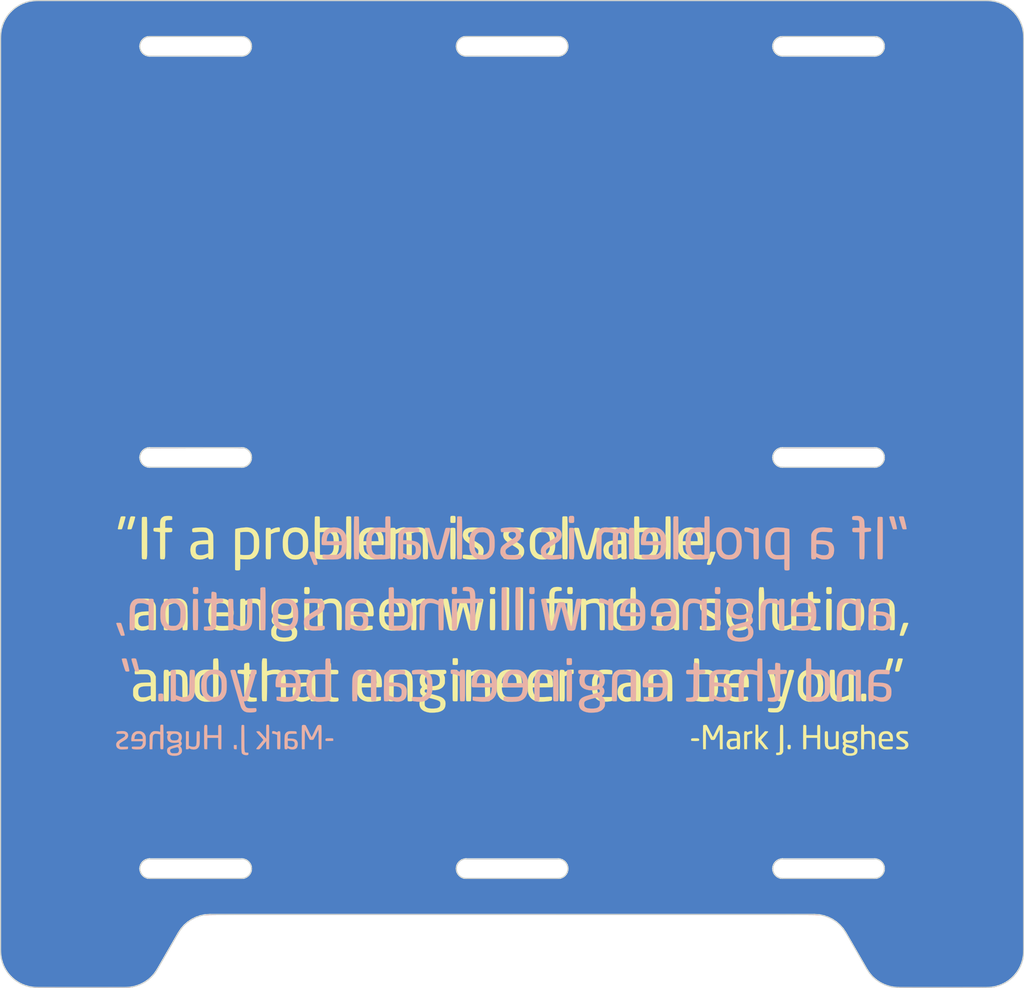
<source format=kicad_pcb>
(kicad_pcb (version 20211014) (generator pcbnew)
  (layers (0 "F.Cu" signal) (31 "B.Cu" signal) (34 "B.Paste" user) (35 "F.Paste" user) (36 "B.SilkS" user "B.Silkscreen") (37 "F.SilkS" user "F.Silkscreen") (38 "B.Mask" user) (39 "F.Mask" user) (44 "Edge.Cuts" user))
  (net 0 "")
  (footprint "TMPCB:side - name" (layer "F.Cu") (at 139.446 85.09)
    (fp_text reference "Ref**" hide)
    (fp_text value "Val**" hide)
    (fp_poly (pts (xy 14.947428 -43.684466) (xy 16.312202 -43.68442) (xy 17.638633 -43.684348) (xy 18.9266 -43.684251) (xy 20.175983 -43.684126) (xy 21.386661 -43.683976) (xy 22.558514 -43.6838) (xy 23.69142 -43.683597) (xy 24.785259 -43.683369) (xy 25.83991 -43.683114) (xy 26.855252 -43.682834) (xy 27.831165 -43.682527) (xy 28.767527 -43.682195) (xy 29.664219 -43.681837) (xy 30.521119 -43.681453) (xy 31.338107 -43.681044) (xy 32.115061 -43.680608) (xy 32.851862 -43.680147) (xy 33.548387 -43.679661) (xy 34.204518 -43.679149) (xy 34.820132 -43.678611) (xy 35.395109 -43.678048) (xy 35.929329 -43.67746) (xy 36.42267 -43.676846) (xy 36.875012 -43.676207) (xy 37.286235 -43.675543) (xy 37.656216 -43.674853) (xy 37.984836 -43.674138) (xy 38.271974 -43.673398) (xy 38.51751 -43.672633) (xy 38.721321 -43.671842) (xy 38.883288 -43.671027) (xy 39.00329 -43.670187) (xy 39.081206 -43.669321) (xy 39.116916 -43.668431) (xy 39.117584 -43.668386) (xy 39.411098 -43.637623) (xy 39.677522 -43.588261) (xy 39.929218 -43.517054) (xy 40.178548 -43.420754) (xy 40.333083 -43.349124) (xy 40.647572 -43.171932) (xy 40.937272 -42.961671) (xy 41.200174 -42.72095) (xy 41.434272 -42.452382) (xy 41.637557 -42.158576) (xy 41.808022 -41.842144) (xy 41.94366 -41.505696) (xy 42.042462 -41.151843) (xy 42.050103 -41.11625) (xy 42.051666 -41.108164) (xy 42.053188 -41.098689) (xy 42.054669 -41.08726) (xy 42.056109 -41.073315) (xy 42.05751 -41.056289) (xy 42.058871 -41.03562) (xy 42.060194 -41.010745) (xy 42.061479 -40.981098) (xy 42.062726 -40.946118) (xy 42.063936 -40.905239) (xy 42.06511 -40.8579) (xy 42.066248 -40.803536) (xy 42.067351 -40.741585) (xy 42.068418 -40.671481) (xy 42.069452 -40.592662) (xy 42.070452 -40.504565) (xy 42.071419 -40.406626) (xy 42.072353 -40.298281) (xy 42.073256 -40.178967) (xy 42.074127 -40.04812) (xy 42.074967 -39.905177) (xy 42.075777 -39.749575) (xy 42.076557 -39.580749) (xy 42.077307 -39.398136) (xy 42.07803 -39.201174) (xy 42.078724 -38.989298) (xy 42.07939 -38.761944) (xy 42.08003 -38.51855) (xy 42.080643 -38.258552) (xy 42.081231 -37.981386) (xy 42.081793 -37.686488) (xy 42.08233 -37.373296) (xy 42.082843 -37.041246) (xy 42.083332 -36.689774) (xy 42.083799 -36.318317) (xy 42.084243 -35.926311) (xy 42.084665 -35.513193) (xy 42.085065 -35.078399) (xy 42.085445 -34.621365) (xy 42.085804 -34.141529) (xy 42.086144 -33.638327) (xy 42.086464 -33.111195) (xy 42.086766 -32.559569) (xy 42.08705 -31.982887) (xy 42.087316 -31.380584) (xy 42.087565 -30.752098) (xy 42.087798 -30.096864) (xy 42.088015 -29.41432) (xy 42.088216 -28.703901) (xy 42.088403 -27.965044) (xy 42.088576 -27.197186) (xy 42.088735 -26.399763) (xy 42.088881 -25.572212) (xy 42.089015 -24.713969) (xy 42.089137 -23.82447) (xy 42.089247 -22.903153) (xy 42.089346 -21.949453) (xy 42.089435 -20.962807) (xy 42.089515 -19.942652) (xy 42.089585 -18.888424) (xy 42.089646 -17.799559) (xy 42.0897 -16.675495) (xy 42.089746 -15.515667) (xy 42.089785 -14.319512) (xy 42.089818 -13.086467) (xy 42.089845 -11.815968) (xy 42.089866 -10.507451) (xy 42.089883 -9.160354) (xy 42.089896 -7.774112) (xy 42.089905 -6.348162) (xy 42.089911 -4.88194) (xy 42.089914 -3.374883) (xy 42.089916 -1.826428) (xy 42.089916 -0.783167) (xy 42.089915 0.793016) (xy 42.089913 2.327429) (xy 42.089908 3.820635) (xy 42.089901 5.273197) (xy 42.08989 6.685679) (xy 42.089876 8.058643) (xy 42.089856 9.392654) (xy 42.089832 10.688273) (xy 42.089802 11.946066) (xy 42.089767 13.166593) (xy 42.089724 14.35042) (xy 42.089674 15.498109) (xy 42.089617 16.610223) (xy 42.089551 17.687325) (xy 42.089476 18.729979) (xy 42.089392 19.738748) (xy 42.089298 20.714196) (xy 42.089194 21.656885) (xy 42.089078 22.567378) (xy 42.088951 23.446239) (xy 42.088811 24.294031) (xy 42.088659 25.111317) (xy 42.088494 25.898661) (xy 42.088314 26.656626) (xy 42.088121 27.385774) (xy 42.087912 28.08667) (xy 42.087688 28.759876) (xy 42.087448 29.405955) (xy 42.087191 30.025472) (xy 42.086917 30.618988) (xy 42.086626 31.187067) (xy 42.086316 31.730273) (xy 42.085987 32.249169) (xy 42.085639 32.744317) (xy 42.085272 33.216282) (xy 42.084883 33.665626) (xy 42.084474 34.092912) (xy 42.084043 34.498704) (xy 42.08359 34.883565) (xy 42.083115 35.248059) (xy 42.082616 35.592747) (xy 42.082094 35.918195) (xy 42.081547 36.224964) (xy 42.080975 36.513618) (xy 42.080378 36.78472) (xy 42.079755 37.038834) (xy 42.079106 37.276523) (xy 42.078429 37.49835) (xy 42.077725 37.704878) (xy 42.076993 37.89667) (xy 42.076232 38.074289) (xy 42.075442 38.2383) (xy 42.074621 38.389264) (xy 42.073771 38.527746) (xy 42.07289 38.654308) (xy 42.071977 38.769514) (xy 42.071032 38.873927) (xy 42.070055 38.96811) (xy 42.069044 39.052626) (xy 42.068 39.128039) (xy 42.066921 39.194912) (xy 42.065808 39.253807) (xy 42.06466 39.305289) (xy 42.063475 39.34992) (xy 42.062254 39.388264) (xy 42.060997 39.420884) (xy 42.059701 39.448343) (xy 42.058368 39.471204) (xy 42.056996 39.49003) (xy 42.055585 39.505386) (xy 42.054134 39.517833) (xy 42.052643 39.527935) (xy 42.051111 39.536256) (xy 42.05046 39.539333) (xy 41.950622 39.901201) (xy 41.815167 40.242771) (xy 41.645866 40.56205) (xy 41.444488 40.857046) (xy 41.212803 41.125765) (xy 40.952583 41.366216) (xy 40.665597 41.576404) (xy 40.353616 41.754337) (xy 40.018409 41.898022) (xy 39.927103 41.929712) (xy 39.871577 41.948446) (xy 39.821765 41.965657) (xy 39.775773 41.981413) (xy 39.731711 41.995778) (xy 39.687685 42.008822) (xy 39.641804 42.020609) (xy 39.592175 42.031207) (xy 39.536906 42.040682) (xy 39.474105 42.049102) (xy 39.401879 42.056532) (xy 39.318336 42.063041) (xy 39.221584 42.068694) (xy 39.109731 42.073558) (xy 38.980884 42.0777) (xy 38.833151 42.081187) (xy 38.664641 42.084085) (xy 38.47346 42.086462) (xy 38.257716 42.088383) (xy 38.015518 42.089916) (xy 37.744973 42.091128) (xy 37.444188 42.092085) (xy 37.111272 42.092853) (xy 36.744331 42.0935) (xy 36.341475 42.094093) (xy 35.900811 42.094697) (xy 35.420446 42.095381) (xy 35.221333 42.095684) (xy 34.719485 42.096443) (xy 34.258096 42.097071) (xy 33.835291 42.097538) (xy 33.449196 42.097818) (xy 33.097936 42.097881) (xy 32.779637 42.097699) (xy 32.492425 42.097244) (xy 32.234424 42.096488) (xy 32.003761 42.095403) (xy 31.798561 42.093961) (xy 31.61695 42.092132) (xy 31.457053 42.08989) (xy 31.316995 42.087205) (xy 31.194902 42.084049) (xy 31.088901 42.080395) (xy 30.997115 42.076214) (xy 30.917671 42.071478) (xy 30.848694 42.066158) (xy 30.788311 42.060227) (xy 30.734645 42.053655) (xy 30.685824 42.046416) (xy 30.639972 42.03848) (xy 30.595215 42.02982) (xy 30.575068 42.025707) (xy 30.243844 41.936556) (xy 29.92052 41.809071) (xy 29.610549 41.646635) (xy 29.319385 41.45263) (xy 29.052483 41.230439) (xy 28.815295 40.983444) (xy 28.73429 40.884044) (xy 28.707863 40.8502) (xy 28.684495 40.820271) (xy 28.662778 40.791899) (xy 28.641304 40.762731) (xy 28.618665 40.730411) (xy 28.593453 40.692583) (xy 28.564261 40.646892) (xy 28.529679 40.590983) (xy 28.4883 40.5225) (xy 28.438717 40.439089) (xy 28.37952 40.338394) (xy 28.309303 40.218059) (xy 28.226656 40.07573) (xy 28.130172 39.90905) (xy 28.018443 39.715665) (xy 27.890061 39.493219) (xy 27.743618 39.239358) (xy 27.577705 38.951725) (xy 27.538156 38.883166) (xy 27.395429 38.636083) (xy 27.257063 38.397184) (xy 27.124739 38.169334) (xy 27.000137 37.955397) (xy 26.884937 37.758238) (xy 26.780819 37.580721) (xy 26.689463 37.425712) (xy 26.612549 37.296074) (xy 26.551757 37.194672) (xy 26.508766 37.124371) (xy 26.485848 37.088864) (xy 26.258865 36.803536) (xy 26.003417 36.549121) (xy 25.720883 36.326511) (xy 25.412645 36.136597) (xy 25.080083 35.980271) (xy 24.724577 35.858424) (xy 24.489326 35.799738) (xy 24.479801 35.797881) (xy 24.46829 35.796084) (xy 24.4541 35.794346) (xy 24.43654 35.792667) (xy 24.414917 35.791045) (xy 24.388539 35.789479) (xy 24.356715 35.787969) (xy 24.318751 35.786514) (xy 24.273955 35.785112) (xy 24.221637 35.783762) (xy 24.161102 35.782463) (xy 24.09166 35.781216) (xy 24.012617 35.780017) (xy 23.923283 35.778867) (xy 23.822964 35.777764) (xy 23.710968 35.776708) (xy 23.586604 35.775698) (xy 23.449178 35.774731) (xy 23.298 35.773808) (xy 23.132376 35.772928) (xy 22.951615 35.772089) (xy 22.755025 35.771291) (xy 22.541912 35.770532) (xy 22.311586 35.769811) (xy 22.063354 35.769128) (xy 21.796523 35.768482) (xy 21.510402 35.767871) (xy 21.204298 35.767294) (xy 20.877519 35.766751) (xy 20.529374 35.76624) (xy 20.159169 35.765761) (xy 19.766213 35.765313) (xy 19.349813 35.764893) (xy 18.909278 35.764503) (xy 18.443915 35.76414) (xy 17.953032 35.763803) (xy 17.435936 35.763492) (xy 16.891937 35.763205) (xy 16.320341 35.762942) (xy 15.720456 35.762702) (xy 15.09159 35.762483) (xy 14.433051 35.762284) (xy 13.744147 35.762105) (xy 13.024186 35.761944) (xy 12.272475 35.761802) (xy 11.488322 35.761675) (xy 10.671036 35.761564) (xy 9.819923 35.761468) (xy 8.934292 35.761385) (xy 8.013451 35.761315) (xy 7.056707 35.761256) (xy 6.063369 35.761208) (xy 5.032743 35.761169) (xy 3.964139 35.761139) (xy 2.856863 35.761117) (xy 1.710223 35.761101) (xy 0.523528 35.761091) (xy -0.703915 35.761085) (xy -1.972797 35.761083) (xy -2.3495 35.761083) (xy -3.631088 35.761084) (xy -4.871033 35.76109) (xy -6.070028 35.7611) (xy -7.228765 35.761116) (xy -8.347934 35.761139) (xy -9.428228 35.761169) (xy -10.470338 35.761208) (xy -11.474956 35.761257) (xy -12.442774 35.761316) (xy -13.374482 35.761387) (xy -14.270773 35.76147) (xy -15.132338 35.761567) (xy -15.959868 35.761679) (xy -16.754056 35.761806) (xy -17.515592 35.761949) (xy -18.245169 35.76211) (xy -18.943478 35.762289) (xy -19.61121 35.762488) (xy -20.249058 35.762707) (xy -20.857712 35.762947) (xy -21.437865 35.76321) (xy -21.990207 35.763496) (xy -22.515431 35.763806) (xy -23.014228 35.764142) (xy -23.48729 35.764503) (xy -23.935308 35.764892) (xy -24.358974 35.765309) (xy -24.758979 35.765755) (xy -25.136015 35.766232) (xy -25.490773 35.766739) (xy -25.823946 35.767278) (xy -26.136225 35.767851) (xy -26.4283 35.768457) (xy -26.700865 35.769098) (xy -26.95461 35.769776) (xy -27.190227 35.77049) (xy -27.408408 35.771242) (xy -27.609844 35.772033) (xy -27.795226 35.772864) (xy -27.965247 35.773735) (xy -28.120598 35.774649) (xy -28.261971 35.775605) (xy -28.390057 35.776605) (xy -28.505547 35.777649) (xy -28.609134 35.778739) (xy -28.701508 35.779876) (xy -28.783362 35.781061) (xy -28.855387 35.782294) (xy -28.918275 35.783577) (xy -28.972716 35.78491) (xy -29.019404 35.786295) (xy -29.059029 35.787732) (xy -29.092283 35.789223) (xy -29.119857 35.790768) (xy -29.142443 35.792369) (xy -29.160733 35.794026) (xy -29.175419 35.79574) (xy -29.187191 35.797513) (xy -29.194547 35.798886) (xy -29.545894 35.890841) (xy -29.882172 36.019517) (xy -30.199981 36.182698) (xy -30.49592 36.378165) (xy -30.766589 36.603703) (xy -31.008587 36.857092) (xy -31.197731 37.105166) (xy -31.226491 37.150212) (xy -31.274584 37.229003) (xy -31.340269 37.338568) (xy -31.421803 37.475939) (xy -31.517442 37.638146) (xy -31.625445 37.822219) (xy -31.744069 38.02519) (xy -31.871571 38.244089) (xy -32.006208 38.475946) (xy -32.146239 38.717791) (xy -32.278395 38.946666) (xy -32.42172 39.194799) (xy -32.561194 39.435459) (xy -32.695083 39.665698) (xy -32.821653 39.882572) (xy -32.93917 40.083133) (xy -33.0459 40.264437) (xy -33.140109 40.423538) (xy -33.220063 40.557488) (xy -33.284029 40.663343) (xy -33.330272 40.738156) (xy -33.35581 40.777232) (xy -33.453037 40.902323) (xy -33.575362 41.040507) (xy -33.712552 41.18156) (xy -33.854374 41.315252) (xy -33.990596 41.431359) (xy -34.072288 41.493264) (xy -34.362597 41.675586) (xy -34.67986 41.830765) (xy -35.015898 41.955271) (xy -35.342715 42.041427) (xy -35.570584 42.089841) (xy -39.6875 42.092553) (xy -40.104117 42.092745) (xy -40.510684 42.092769) (xy -40.90507 42.092632) (xy -41.285141 42.092341) (xy -41.648766 42.091903) (xy -41.99381 42.091325) (xy -42.318143 42.090613) (xy -42.61963 42.089774) (xy -42.89614 42.088814) (xy -43.145539 42.087741) (xy -43.365695 42.086562) (xy -43.554475 42.085282) (xy -43.709746 42.083909) (xy -43.829377 42.082449) (xy -43.911233 42.08091) (xy -43.953183 42.079298) (xy -43.955718 42.07907) (xy -44.312469 42.019841) (xy -44.662208 41.920138) (xy -45.000187 41.781761) (xy -45.321659 41.606508) (xy -45.481257 41.501026) (xy -45.618532 41.394841) (xy -45.767069 41.263735) (xy -45.916147 41.118365) (xy -46.055046 40.969391) (xy -46.173046 40.827472) (xy -46.213432 40.773045) (xy -46.384927 40.500795) (xy -46.53378 40.202034) (xy -46.655027 39.888675) (xy -46.743706 39.572629) (xy -46.771526 39.4335) (xy -46.773043 39.423864) (xy -46.77452 39.412305) (xy -46.775957 39.398257) (xy -46.777355 39.381157) (xy -46.778714 39.360439) (xy -46.780035 39.335541) (xy -46.781319 39.305896) (xy -46.782565 39.270942) (xy -46.783775 39.230114) (xy -46.784949 39.182846) (xy -46.786088 39.128576) (xy -46.787192 39.066739) (xy -46.788261 38.99677) (xy -46.789297 38.918105) (xy -46.7903 38.830179) (xy -46.791269 38.732429) (xy -46.792207 38.624291) (xy -46.793113 38.505199) (xy -46.793988 38.374589) (xy -46.794832 38.231898) (xy -46.795647 38.07656) (xy -46.796432 37.908012) (xy -46.797188 37.725688) (xy -46.797915 37.529026) (xy -46.798615 37.31746) (xy -46.799288 37.090427) (xy -46.799934 36.847361) (xy -46.800553 36.587698) (xy -46.801147 36.310875) (xy -46.801716 36.016327) (xy -46.80226 35.703489) (xy -46.802781 35.371797) (xy -46.803277 35.020687) (xy -46.803751 34.649595) (xy -46.804202 34.257956) (xy -46.804632 33.845206) (xy -46.80504 33.41078) (xy -46.805427 32.954115) (xy -46.805794 32.474645) (xy -46.806142 31.971808) (xy -46.806238 31.816572) (xy -34.686546 31.816572) (xy -34.660051 31.974651) (xy -34.604317 32.125957) (xy -34.519727 32.265547) (xy -34.406664 32.388482) (xy -34.265511 32.48982) (xy -34.096651 32.564621) (xy -34.088917 32.567121) (xy -34.071091 32.570422) (xy -34.038204 32.573443) (xy -33.98872 32.576193) (xy -33.921106 32.578679) (xy -33.833825 32.58091) (xy -33.725343 32.582894) (xy -33.594125 32.58464) (xy -33.438636 32.586155) (xy -33.257341 32.587447) (xy -33.048705 32.588526) (xy -32.811192 32.589399) (xy -32.543269 32.590075) (xy -32.243399 32.590562) (xy -31.910048 32.590867) (xy -31.541682 32.591) (xy -31.136764 32.590968) (xy -30.69376 32.590781) (xy -30.211135 32.590445) (xy -29.81325 32.590092) (xy -25.62225 32.586083) (xy -25.49525 32.523883) (xy -25.366442 32.4434) (xy -25.24544 32.336081) (xy -25.144411 32.214091) (xy -25.086798 32.115511) (xy -25.060924 32.056026) (xy -25.044224 32.002256) (xy -25.034739 31.942041) (xy -25.030512 31.863219) (xy -25.029584 31.760138) (xy -25.029966 31.708845) (xy -7.189595 31.708845) (xy -7.180794 31.891146) (xy -7.132833 32.074117) (xy -7.061947 32.209663) (xy -6.957959 32.336644) (xy -6.830098 32.446571) (xy -6.687595 32.530953) (xy -6.597946 32.566092) (xy -6.580713 32.569493) (xy -6.550544 32.572607) (xy -6.505838 32.575442) (xy -6.444994 32.578008) (xy -6.36641 32.580314) (xy -6.268486 32.582368) (xy -6.14962 32.584179) (xy -6.008213 32.585757) (xy -5.842662 32.58711) (xy -5.651367 32.588248) (xy -5.432727 32.589179) (xy -5.185141 32.589913) (xy -4.907008 32.590457) (xy -4.596727 32.590823) (xy -4.252697 32.591017) (xy -3.873317 32.59105) (xy -3.456986 32.59093) (xy -3.002102 32.590666) (xy -2.507066 32.590268) (xy -2.31775 32.590092) (xy 1.87325 32.586083) (xy 2.012719 32.517835) (xy 2.168506 32.418742) (xy 2.297772 32.289152) (xy 2.396677 32.13431) (xy 2.461384 31.959461) (xy 2.477152 31.883119) (xy 2.484802 31.707531) (xy 2.482116 31.692589) (xy 20.307407 31.692589) (xy 20.310528 31.861591) (xy 20.348732 32.028356) (xy 20.423053 32.187447) (xy 20.529958 32.328573) (xy 20.672882 32.453769) (xy 20.832387 32.542317) (xy 20.897554 32.566066) (xy 20.914815 32.569464) (xy 20.945063 32.572576) (xy 20.989898 32.575409) (xy 21.05092 32.577973) (xy 21.129727 32.580277) (xy 21.227921 32.58233) (xy 21.347099 32.584141) (xy 21.488862 32.585718) (xy 21.654809 32.58707) (xy 21.84654 32.588208) (xy 22.065654 32.589139) (xy 22.313751 32.589873) (xy 22.59243 32.590418) (xy 22.90329 32.590783) (xy 23.247932 32.590979) (xy 23.627955 32.591012) (xy 24.044958 32.590893) (xy 24.500541 32.59063) (xy 24.996304 32.590233) (xy 25.17775 32.590066) (xy 29.36875 32.586083) (xy 29.489782 32.529355) (xy 29.645991 32.433431) (xy 29.778624 32.305788) (xy 29.882898 32.152639) (xy 29.95403 31.980199) (xy 29.97335 31.901083) (xy 29.985861 31.730506) (xy 29.959865 31.560628) (xy 29.898794 31.397905) (xy 29.806081 31.248791) (xy 29.685159 31.119741) (xy 29.539461 31.01721) (xy 29.489782 30.991811) (xy 29.36875 30.935083) (xy 20.922359 30.935083) (xy 20.781862 31.004249) (xy 20.625076 31.10291) (xy 20.498204 31.226509) (xy 20.402279 31.369613) (xy 20.338336 31.526784) (xy 20.307407 31.692589) (xy 2.482116 31.692589) (xy 2.453739 31.534779) (xy 2.387435 31.371271) (xy 2.28936 31.223413) (xy 2.162985 31.097611) (xy 2.01178 31.000271) (xy 1.994282 30.991811) (xy 1.87325 30.935083) (xy -6.57225 30.935083) (xy -6.709834 31.000584) (xy -6.868981 31.098284) (xy -6.998523 31.223016) (xy -7.096468 31.369724) (xy -7.160822 31.533352) (xy -7.189595 31.708845) (xy -25.029966 31.708845) (xy -25.030369 31.654977) (xy -25.034244 31.579763) (xy -25.043489 31.522115) (xy -25.060382 31.469654) (xy -25.087203 31.41) (xy -25.098191 31.387499) (xy -25.194732 31.236692) (xy -25.322429 31.106551) (xy -25.471793 31.006392) (xy -25.501218 30.991811) (xy -25.62225 30.935083) (xy -34.06775 30.935083) (xy -34.210091 31.002512) (xy -34.36706 31.097483) (xy -34.492495 31.215324) (xy -34.586778 31.351094) (xy -34.650293 31.499852) (xy -34.683422 31.656658) (xy -34.686546 31.816572) (xy -46.806238 31.816572) (xy -46.80647 31.445037) (xy -46.806779 30.893769) (xy -46.807071 30.31744) (xy -46.807345 29.715485) (xy -46.807601 29.08734) (xy -46.807842 28.432441) (xy -46.808066 27.750223) (xy -46.808275 27.040122) (xy -46.80847 26.301574) (xy -46.80865 25.534013) (xy -46.808816 24.736877) (xy -46.808969 23.909601) (xy -46.809109 23.05162) (xy -46.809237 22.16237) (xy -46.809354 21.241286) (xy -46.809459 20.287805) (xy -46.809554 19.301362) (xy -46.809639 18.281393) (xy -46.809714 17.227333) (xy -46.809781 16.138618) (xy -46.809839 15.014684) (xy -46.80989 13.854966) (xy -46.809933 12.6589) (xy -46.809969 11.425922) (xy -46.81 10.155468) (xy -46.810024 8.846972) (xy -46.810044 7.499872) (xy -46.810059 6.113602) (xy -46.81007 4.687597) (xy -46.810077 3.221295) (xy -46.810081 1.71413) (xy -46.810084 0.165538) (xy -46.810084 -0.79375) (xy -46.810083 -2.367502) (xy -46.81008 -3.899485) (xy -46.81008 -3.966556) (xy -34.689657 -3.966556) (xy -34.673428 -3.792257) (xy -34.620071 -3.628477) (xy -34.536917 -3.478563) (xy -34.435863 -3.359485) (xy -34.309057 -3.263841) (xy -34.148925 -3.184344) (xy -34.025417 -3.133451) (xy -29.823834 -3.138351) (xy -25.62225 -3.14325) (xy -25.501218 -3.199978) (xy -25.350455 -3.292406) (xy -25.218813 -3.415996) (xy -25.1163 -3.560952) (xy -25.099293 -3.593427) (xy -25.063062 -3.674376) (xy -25.040896 -3.747663) (xy -25.028537 -3.831246) (xy -25.024242 -3.895914) (xy 20.307753 -3.895914) (xy 20.338099 -3.730399) (xy 20.403826 -3.572379) (xy 20.506134 -3.427375) (xy 20.514811 -3.417729) (xy 20.658724 -3.286308) (xy 20.814451 -3.194664) (xy 20.897554 -3.163268) (xy 20.914815 -3.159869) (xy 20.945063 -3.156757) (xy 20.989898 -3.153924) (xy 21.05092 -3.15136) (xy 21.129727 -3.149056) (xy 21.227921 -3.147003) (xy 21.347099 -3.145193) (xy 21.488862 -3.143616) (xy 21.654809 -3.142263) (xy 21.84654 -3.141125) (xy 22.065654 -3.140194) (xy 22.313751 -3.139461) (xy 22.59243 -3.138916) (xy 22.90329 -3.13855) (xy 23.247932 -3.138355) (xy 23.627955 -3.138321) (xy 24.044958 -3.13844) (xy 24.500541 -3.138703) (xy 24.996304 -3.1391) (xy 25.17775 -3.139268) (xy 29.36875 -3.14325) (xy 29.489782 -3.199978) (xy 29.645991 -3.295902) (xy 29.778624 -3.423545) (xy 29.882898 -3.576694) (xy 29.95403 -3.749134) (xy 29.97335 -3.82825) (xy 29.986139 -4.000238) (xy 29.960219 -4.170881) (xy 29.898912 -4.333769) (xy 29.805537 -4.482493) (xy 29.683416 -4.610644) (xy 29.535869 -4.711813) (xy 29.508219 -4.726003) (xy 29.36875 -4.79425) (xy 20.92325 -4.79425) (xy 20.801485 -4.737188) (xy 20.644741 -4.642657) (xy 20.516179 -4.522492) (xy 20.417 -4.382214) (xy 20.348403 -4.227343) (xy 20.311587 -4.063403) (xy 20.307753 -3.895914) (xy -25.024242 -3.895914) (xy -25.022959 -3.915229) (xy -25.025061 -4.081526) (xy -25.050958 -4.222984) (xy -25.10382 -4.351736) (xy -25.161439 -4.444927) (xy -25.282037 -4.583344) (xy -25.426702 -4.690974) (xy -25.588532 -4.762696) (xy -25.5905 -4.763303) (xy -25.607382 -4.768298) (xy -25.62526 -4.77288) (xy -25.645932 -4.777062) (xy -25.6712 -4.780861) (xy -25.702861 -4.784292) (xy -25.742716 -4.78737) (xy -25.792565 -4.790111) (xy -25.854206 -4.792529) (xy -25.92944 -4.79464) (xy -26.020066 -4.796459) (xy -26.127883 -4.798002) (xy -26.254692 -4.799284) (xy -26.40229 -4.800319) (xy -26.572479 -4.801124) (xy -26.767058 -4.801714) (xy -26.987825 -4.802103) (xy -27.236582 -4.802308) (xy -27.515126 -4.802343) (xy -27.825258 -4.802224) (xy -28.168778 -4.801966) (xy -28.547484 -4.801584) (xy -28.963177 -4.801094) (xy -29.417656 -4.80051) (xy -29.897917 -4.799868) (xy -34.06775 -4.79425) (xy -34.205334 -4.726814) (xy -34.283485 -4.685119) (xy -34.353837 -4.641774) (xy -34.399276 -4.607712) (xy -34.522201 -4.468981) (xy -34.612561 -4.311494) (xy -34.668874 -4.141827) (xy -34.689657 -3.966556) (xy -46.81008 -3.966556) (xy -46.810075 -5.390264) (xy -46.810067 -6.840404) (xy -46.810055 -8.250468) (xy -46.810039 -9.621021) (xy -46.810019 -10.952628) (xy -46.809993 -12.245854) (xy -46.809961 -13.501263) (xy -46.809924 -14.71942) (xy -46.809879 -15.900889) (xy -46.809827 -17.046234) (xy -46.809767 -18.156021) (xy -46.809699 -19.230813) (xy -46.809621 -20.271176) (xy -46.809534 -21.277674) (xy -46.809437 -22.250871) (xy -46.809329 -23.191333) (xy -46.80921 -24.099622) (xy -46.809079 -24.976305) (xy -46.808936 -25.821946) (xy -46.80878 -26.637109) (xy -46.80861 -27.422358) (xy -46.808427 -28.178259) (xy -46.808229 -28.905376) (xy -46.808016 -29.604273) (xy -46.807788 -30.275515) (xy -46.807543 -30.919666) (xy -46.807282 -31.537292) (xy -46.807003 -32.128956) (xy -46.806707 -32.695223) (xy -46.806392 -33.236658) (xy -46.806059 -33.753825) (xy -46.805706 -34.247289) (xy -46.805333 -34.717614) (xy -46.804939 -35.165366) (xy -46.804525 -35.591107) (xy -46.804089 -35.995404) (xy -46.80363 -36.37882) (xy -46.80315 -36.74192) (xy -46.802645 -37.085269) (xy -46.802117 -37.409431) (xy -46.801565 -37.714971) (xy -46.800988 -38.002453) (xy -46.800385 -38.272442) (xy -46.799757 -38.525502) (xy -46.799102 -38.762199) (xy -46.79842 -38.983095) (xy -46.79771 -39.188757) (xy -46.796972 -39.379748) (xy -46.796205 -39.556634) (xy -46.795569 -39.6875) (xy -34.680529 -39.6875) (xy -34.679034 -39.585183) (xy -34.672494 -39.510585) (xy -34.658345 -39.449166) (xy -34.634027 -39.386387) (xy -34.623332 -39.362891) (xy -34.526019 -39.194347) (xy -34.406105 -39.060592) (xy -34.260813 -38.95901) (xy -34.134873 -38.90285) (xy -34.120855 -38.898188) (xy -34.104558 -38.893911) (xy -34.084203 -38.890006) (xy -34.058011 -38.886457) (xy -34.024204 -38.883251) (xy -33.981003 -38.880373) (xy -33.926628 -38.877808) (xy -33.859302 -38.875543) (xy -33.777244 -38.873562) (xy -33.678677 -38.871853) (xy -33.561821 -38.870399) (xy -33.424898 -38.869187) (xy -33.266128 -38.868202) (xy -33.083733 -38.86743) (xy -32.875934 -38.866856) (xy -32.640952 -38.866467) (xy -32.377009 -38.866248) (xy -32.082325 -38.866183) (xy -31.755121 -38.86626) (xy -31.393619 -38.866464) (xy -30.99604 -38.866779) (xy -30.560605 -38.867192) (xy -30.085534 -38.867689) (xy -29.823834 -38.867974) (xy -25.62225 -38.872584) (xy -25.501218 -38.929312) (xy -25.34887 -39.022862) (xy -25.216422 -39.148129) (xy -25.113364 -39.295795) (xy -25.098191 -39.325) (xy -25.067732 -39.38954) (xy -25.047927 -39.442947) (xy -25.036495 -39.497601) (xy -25.031159 -39.565882) (xy -25.030356 -39.615668) (xy -7.186061 -39.615668) (xy -7.152578 -39.44588) (xy -7.086903 -39.286773) (xy -6.990502 -39.14504) (xy -6.864843 -39.027374) (xy -6.834027 -39.005787) (xy -6.810248 -38.989174) (xy -6.789931 -38.9739) (xy -6.771301 -38.95991) (xy -6.75258 -38.94715) (xy -6.731992 -38.935565) (xy -6.70776 -38.925102) (xy -6.678108 -38.915705) (xy -6.641259 -38.907322) (xy -6.595437 -38.899897) (xy -6.538864 -38.893377) (xy -6.469765 -38.887707) (xy -6.386362 -38.882832) (xy -6.28688 -38.8787) (xy -6.16954 -38.875254) (xy -6.032568 -38.872442) (xy -5.874186 -38.870209) (xy -5.692617 -38.868501) (xy -5.486086 -38.867263) (xy -5.252815 -38.866441) (xy -4.991027 -38.865981) (xy -4.698947 -38.865829) (xy -4.374798 -38.86593) (xy -4.016802 -38.866231) (xy -3.623184 -38.866676) (xy -3.192166 -38.867213) (xy -2.721973 -38.867785) (xy -2.328334 -38.868221) (xy 1.87325 -38.872584) (xy 2.004956 -38.93342) (xy 2.151533 -39.023522) (xy 2.278284 -39.14596) (xy 2.379617 -39.293201) (xy 2.449941 -39.457713) (xy 2.475989 -39.567948) (xy 2.480288 -39.655536) (xy 20.304302 -39.655536) (xy 20.315753 -39.556337) (xy 20.370033 -39.370745) (xy 20.458855 -39.209328) (xy 20.581279 -39.073172) (xy 20.736364 -38.963364) (xy 20.890342 -38.892594) (xy 20.905951 -38.889222) (xy 20.934815 -38.886134) (xy 20.978518 -38.883321) (xy 21.038644 -38.880775) (xy 21.116776 -38.878485) (xy 21.214498 -38.876444) (xy 21.333394 -38.874643) (xy 21.475047 -38.873072) (xy 21.641041 -38.871724) (xy 21.83296 -38.870588) (xy 22.052387 -38.869657) (xy 22.300906 -38.868922) (xy 22.5801 -38.868373) (xy 22.891553 -38.868002) (xy 23.236849 -38.8678) (xy 23.617571 -38.867758) (xy 24.035304 -38.867867) (xy 24.491629 -38.868119) (xy 24.988133 -38.868505) (xy 25.17775 -38.868675) (xy 29.389916 -38.872584) (xy 29.516916 -38.939604) (xy 29.669137 -39.041367) (xy 29.795263 -39.169261) (xy 29.892077 -39.317141) (xy 29.95636 -39.478862) (xy 29.984897 -39.648279) (xy 29.975242 -39.814934) (xy 29.922563 -40.00417) (xy 29.836114 -40.169754) (xy 29.717463 -40.30926) (xy 29.595174 -40.403809) (xy 29.572067 -40.419127) (xy 29.55182 -40.4332) (xy 29.532641 -40.446081) (xy 29.51274 -40.457824) (xy 29.490327 -40.468479) (xy 29.46361 -40.478101) (xy 29.430799 -40.486741) (xy 29.390102 -40.494452) (xy 29.33973 -40.501286) (xy 29.277892 -40.507296) (xy 29.202796 -40.512534) (xy 29.112652 -40.517053) (xy 29.005669 -40.520905) (xy 28.880057 -40.524143) (xy 28.734024 -40.526818) (xy 28.56578 -40.528984) (xy 28.373535 -40.530694) (xy 28.155497 -40.531998) (xy 27.909875 -40.532951) (xy 27.634879 -40.533604) (xy 27.328719 -40.53401) (xy 26.989603 -40.534221) (xy 26.61574 -40.53429) (xy 26.20534 -40.53427) (xy 25.756613 -40.534212) (xy 25.267766 -40.534169) (xy 25.145999 -40.534167) (xy 24.647396 -40.534198) (xy 24.189335 -40.534257) (xy 23.770025 -40.534292) (xy 23.387677 -40.534248) (xy 23.040499 -40.534076) (xy 22.7267 -40.53372) (xy 22.44449 -40.533131) (xy 22.192078 -40.532254) (xy 21.967673 -40.531037) (xy 21.769484 -40.529428) (xy 21.595722 -40.527375) (xy 21.444594 -40.524825) (xy 21.31431 -40.521725) (xy 21.20308 -40.518023) (xy 21.109112 -40.513667) (xy 21.030617 -40.508604) (xy 20.965802 -40.502781) (xy 20.912878 -40.496147) (xy 20.870053 -40.488648) (xy 20.835538 -40.480233) (xy 20.80754 -40.470848) (xy 20.78427 -40.460442) (xy 20.763936 -40.448961) (xy 20.744749 -40.436354) (xy 20.724916 -40.422568) (xy 20.702647 -40.40755) (xy 20.696825 -40.403809) (xy 20.557483 -40.292) (xy 20.445367 -40.154168) (xy 20.363669 -39.997413) (xy 20.315583 -39.828835) (xy 20.304302 -39.655536) (xy 2.480288 -39.655536) (xy 2.484776 -39.746961) (xy 2.454909 -39.919915) (xy 2.39006 -40.081472) (xy 2.293903 -40.226294) (xy 2.170109 -40.349045) (xy 2.022353 -40.444387) (xy 1.854306 -40.506982) (xy 1.825175 -40.513731) (xy 1.790066 -40.516573) (xy 1.712935 -40.519153) (xy 1.594093 -40.521471) (xy 1.43385 -40.523526) (xy 1.232518 -40.525317) (xy 0.990405 -40.526841) (xy 0.707823 -40.528099) (xy 0.385083 -40.529089) (xy 0.022496 -40.529809) (xy -0.379629 -40.530259) (xy -0.820981 -40.530438) (xy -1.301249 -40.530344) (xy -1.820122 -40.529977) (xy -2.37729 -40.529335) (xy -2.413 -40.529286) (xy -6.551084 -40.523584) (xy -6.672721 -40.474464) (xy -6.785035 -40.414032) (xy -6.899623 -40.326916) (xy -7.002293 -40.22543) (xy -7.078685 -40.122179) (xy -7.150581 -39.960511) (xy -7.185884 -39.789443) (xy -7.186061 -39.615668) (xy -25.030356 -39.615668) (xy -25.029637 -39.660168) (xy -25.029584 -39.697639) (xy -25.030546 -39.804446) (xy -25.034751 -39.880862) (xy -25.044177 -39.938814) (xy -25.060801 -39.990224) (xy -25.086602 -40.047017) (xy -25.088015 -40.049898) (xy -25.181667 -40.204487) (xy -25.297567 -40.326966) (xy -25.443259 -40.42492) (xy -25.479659 -40.443736) (xy -25.64122 -40.523584) (xy -34.046584 -40.523584) (xy -34.173584 -40.472603) (xy -34.266384 -40.426073) (xy -34.357454 -40.359078) (xy -34.440103 -40.282103) (xy -34.541914 -40.168822) (xy -34.612042 -40.059591) (xy -34.655264 -39.942597) (xy -34.676358 -39.806025) (xy -34.680529 -39.6875) (xy -46.795569 -39.6875) (xy -46.79541 -39.719978) (xy -46.794584 -39.870345) (xy -46.793728 -40.0083) (xy -46.792841 -40.134408) (xy -46.791923 -40.249232) (xy -46.790972 -40.353338) (xy -46.789989 -40.44729) (xy -46.788973 -40.531652) (xy -46.787924 -40.606989) (xy -46.78684 -40.673866) (xy -46.785722 -40.732847) (xy -46.784568 -40.784497) (xy -46.783378 -40.82938) (xy -46.782153 -40.868061) (xy -46.78089 -40.901104) (xy -46.77959 -40.929074) (xy -46.778251 -40.952536) (xy -46.776875 -40.972053) (xy -46.775459 -40.988192) (xy -46.774003 -41.001515) (xy -46.772507 -41.012588) (xy -46.771143 -41.021) (xy -46.688208 -41.376362) (xy -46.567942 -41.71557) (xy -46.41256 -42.036134) (xy -46.224275 -42.335563) (xy -46.005302 -42.611366) (xy -45.757854 -42.861052) (xy -45.484145 -43.08213) (xy -45.18639 -43.272108) (xy -44.866801 -43.428497) (xy -44.527594 -43.548804) (xy -44.523533 -43.549983) (xy -44.407782 -43.58111) (xy -44.276922 -43.612656) (xy -44.156998 -43.638382) (xy -44.143715 -43.640947) (xy -44.134828 -43.642352) (xy -44.122803 -43.643722) (xy -44.107088 -43.645056) (xy -44.087129 -43.646355) (xy -44.062377 -43.64762) (xy -44.032278 -43.648851) (xy -43.99628 -43.650048) (xy -43.953831 -43.651212) (xy -43.90438 -43.652345) (xy -43.847373 -43.653445) (xy -43.78226 -43.654515) (xy -43.708488 -43.655554) (xy -43.625505 -43.656563) (xy -43.532759 -43.657542) (xy -43.429697 -43.658493) (xy -43.315769 -43.659415) (xy -43.190421 -43.66031) (xy -43.053102 -43.661178) (xy -42.903259 -43.662018) (xy -42.740341 -43.662833) (xy -42.563795 -43.663623) (xy -42.37307 -43.664387) (xy -42.167614 -43.665127) (xy -41.946873 -43.665843) (xy -41.710297 -43.666536) (xy -41.457333 -43.667206) (xy -41.187429 -43.667854) (xy -40.900033 -43.668481) (xy -40.594593 -43.669087) (xy -40.270558 -43.669672) (xy -39.927374 -43.670237) (xy -39.56449 -43.670783) (xy -39.181353 -43.67131) (xy -38.777413 -43.671819) (xy -38.352116 -43.67231) (xy -37.90491 -43.672785) (xy -37.435244 -43.673242) (xy -36.942566 -43.673684) (xy -36.426323 -43.67411) (xy -35.885963 -43.674522) (xy -35.320935 -43.674919) (xy -34.730686 -43.675303) (xy -34.114664 -43.675673) (xy -33.472317 -43.676031) (xy -32.803093 -43.676377) (xy -32.10644 -43.676711) (xy -31.381807 -43.677035) (xy -30.62864 -43.677348) (xy -29.846387 -43.677651) (xy -29.034498 -43.677945) (xy -28.192419 -43.678231) (xy -27.319599 -43.678508) (xy -26.415485 -43.678778) (xy -25.479526 -43.679041) (xy -24.51117 -43.679297) (xy -23.509863 -43.679548) (xy -22.475056 -43.679793) (xy -21.406194 -43.680033) (xy -20.302726 -43.68027) (xy -19.164101 -43.680503) (xy -17.989766 -43.680732) (xy -16.779169 -43.68096) (xy -15.531758 -43.681185) (xy -14.24698 -43.681409) (xy -12.924285 -43.681632) (xy -11.563119 -43.681855) (xy -10.162931 -43.682078) (xy -8.723169 -43.682302) (xy -7.24328 -43.682528) (xy -5.722713 -43.682755) (xy -4.160915 -43.682985) (xy -2.561167 -43.683218) (xy -0.782593 -43.683465) (xy 0.958967 -43.683685) (xy 2.663391 -43.683878) (xy 4.33056 -43.684044) (xy 5.960351 -43.684184) (xy 7.552646 -43.684297) (xy 9.107322 -43.684384) (xy 10.624259 -43.684444) (xy 12.103336 -43.684477) (xy 13.544433 -43.684485) (xy 14.947428 -43.684466)) (layer "F.Cu") (width 0.01) (fill solid))
    (fp_poly (pts (xy -1.070129 -43.687403) (xy 0.079145 -43.687381) (xy 1.226759 -43.687344) (xy 2.371928 -43.687294) (xy 3.513866 -43.687229) (xy 4.651788 -43.68715) (xy 5.784909 -43.687058) (xy 6.912442 -43.686951) (xy 8.033602 -43.68683) (xy 9.147604 -43.686696) (xy 10.253661 -43.686547) (xy 11.350989 -43.686384) (xy 12.438802 -43.686208) (xy 13.516313 -43.686017) (xy 14.582739 -43.685812) (xy 15.637292 -43.685593) (xy 16.679188 -43.685361) (xy 17.70764 -43.685114) (xy 18.721864 -43.684853) (xy 19.721073 -43.684579) (xy 20.704483 -43.68429) (xy 21.671307 -43.683987) (xy 22.62076 -43.68367) (xy 23.552056 -43.683339) (xy 24.464409 -43.682995) (xy 25.357035 -43.682636) (xy 26.229148 -43.682263) (xy 27.079961 -43.681876) (xy 27.90869 -43.681475) (xy 28.714549 -43.68106) (xy 29.496751 -43.680632) (xy 30.254513 -43.680189) (xy 30.987047 -43.679732) (xy 31.693569 -43.679261) (xy 32.373293 -43.678776) (xy 33.025433 -43.678277) (xy 33.649204 -43.677764) (xy 34.243819 -43.677237) (xy 34.808495 -43.676696) (xy 35.342444 -43.676141) (xy 35.844882 -43.675572) (xy 36.315022 -43.674989) (xy 36.75208 -43.674392) (xy 37.155269 -43.673781) (xy 37.523804 -43.673156) (xy 37.8569 -43.672517) (xy 38.15377 -43.671864) (xy 38.41363 -43.671197) (xy 38.635694 -43.670516) (xy 38.819175 -43.669821) (xy 38.963289 -43.669112) (xy 39.06725 -43.668389) (xy 39.130273 -43.667652) (xy 39.15046 -43.667071) (xy 39.453812 -43.632261) (xy 39.732296 -43.575244) (xy 39.999066 -43.492428) (xy 40.267276 -43.380218) (xy 40.35425 -43.338167) (xy 40.667072 -43.159193) (xy 40.954934 -42.94719) (xy 41.215946 -42.704622) (xy 41.448214 -42.433955) (xy 41.649849 -42.137657) (xy 41.818957 -41.818191) (xy 41.953649 -41.478024) (xy 42.05046 -41.126834) (xy 42.052009 -41.11909) (xy 42.053517 -41.1098) (xy 42.054984 -41.0984) (xy 42.056412 -41.084327) (xy 42.0578 -41.067017) (xy 42.059149 -41.045908) (xy 42.06046 -41.020437) (xy 42.061733 -40.99004) (xy 42.062969 -40.954154) (xy 42.064169 -40.912217) (xy 42.065332 -40.863664) (xy 42.06646 -40.807933) (xy 42.067553 -40.744461) (xy 42.068611 -40.672684) (xy 42.069635 -40.59204) (xy 42.070626 -40.501965) (xy 42.071585 -40.401896) (xy 42.072511 -40.291269) (xy 42.073405 -40.169523) (xy 42.074268 -40.036093) (xy 42.075101 -39.890417) (xy 42.075904 -39.731931) (xy 42.076677 -39.560073) (xy 42.077421 -39.374278) (xy 42.078137 -39.173985) (xy 42.078825 -38.958629) (xy 42.079485 -38.727648) (xy 42.080119 -38.480478) (xy 42.080727 -38.216557) (xy 42.081309 -37.935321) (xy 42.081867 -37.636207) (xy 42.082399 -37.318651) (xy 42.082908 -36.982092) (xy 42.083393 -36.625965) (xy 42.083855 -36.249708) (xy 42.084295 -35.852757) (xy 42.084713 -35.43455) (xy 42.08511 -34.994522) (xy 42.085487 -34.532112) (xy 42.085843 -34.046755) (xy 42.086179 -33.537889) (xy 42.086497 -33.00495) (xy 42.086796 -32.447375) (xy 42.087077 -31.864602) (xy 42.087341 -31.256067) (xy 42.087588 -30.621207) (xy 42.087819 -29.959458) (xy 42.088034 -29.270259) (xy 42.088234 -28.553044) (xy 42.088419 -27.807252) (xy 42.088591 -27.03232) (xy 42.088748 -26.227683) (xy 42.088893 -25.392779) (xy 42.089025 -24.527045) (xy 42.089146 -23.629918) (xy 42.089255 -22.700834) (xy 42.089354 -21.73923) (xy 42.089442 -20.744544) (xy 42.08952 -19.716211) (xy 42.08959 -18.65367) (xy 42.089651 -17.556356) (xy 42.089704 -16.423707) (xy 42.089749 -15.25516) (xy 42.089788 -14.05015) (xy 42.08982 -12.808116) (xy 42.089847 -11.528494) (xy 42.089868 -10.210721) (xy 42.089885 -8.854234) (xy 42.089897 -7.458469) (xy 42.089906 -6.022864) (xy 42.089911 -4.546855) (xy 42.089915 -3.029879) (xy 42.089916 -1.471374) (xy 42.089916 -0.79375) (xy 42.089915 0.782643) (xy 42.089913 2.317266) (xy 42.089908 3.810682) (xy 42.089901 5.263455) (xy 42.08989 6.676146) (xy 42.089876 8.04932) (xy 42.089856 9.383539) (xy 42.089832 10.679368) (xy 42.089803 11.937368) (xy 42.089767 13.158102) (xy 42.089724 14.342135) (xy 42.089674 15.49003) (xy 42.089617 16.602348) (xy 42.089551 17.679654) (xy 42.089477 18.722511) (xy 42.089393 19.731482) (xy 42.089298 20.707129) (xy 42.089194 21.650017) (xy 42.089078 22.560708) (xy 42.088951 23.439765) (xy 42.088812 24.287752) (xy 42.088659 25.105232) (xy 42.088494 25.892767) (xy 42.088315 26.650922) (xy 42.088121 27.380258) (xy 42.087913 28.08134) (xy 42.087689 28.75473) (xy 42.087449 29.400992) (xy 42.087192 30.020688) (xy 42.086918 30.614382) (xy 42.086627 31.182637) (xy 42.086317 31.726017) (xy 42.085989 32.245083) (xy 42.085641 32.7404) (xy 42.085273 33.21253) (xy 42.084885 33.662038) (xy 42.084476 34.089485) (xy 42.084046 34.495435) (xy 42.083593 34.880451) (xy 42.083117 35.245096) (xy 42.082619 35.589934) (xy 42.082097 35.915527) (xy 42.08155 36.222439) (xy 42.080979 36.511233) (xy 42.080382 36.782472) (xy 42.079759 37.036719) (xy 42.07911 37.274537) (xy 42.078434 37.496489) (xy 42.07773 37.70314) (xy 42.076998 37.89505) (xy 42.076237 38.072785) (xy 42.075447 38.236907) (xy 42.074627 38.387979) (xy 42.073777 38.526564) (xy 42.072896 38.653225) (xy 42.071984 38.768526) (xy 42.071039 38.87303) (xy 42.070062 38.9673) (xy 42.069052 39.051898) (xy 42.068008 39.127389) (xy 42.06693 39.194335) (xy 42.065817 39.253299) (xy 42.064669 39.304845) (xy 42.063485 39.349536) (xy 42.062265 39.387934) (xy 42.061008 39.420604) (xy 42.059713 39.448108) (xy 42.05838 39.471009) (xy 42.057009 39.48987) (xy 42.055598 39.505255) (xy 42.054148 39.517727) (xy 42.052657 39.527848) (xy 42.051126 39.536183) (xy 42.05046 39.539333) (xy 41.949593 39.9056) (xy 41.813336 40.249691) (xy 41.643283 40.570026) (xy 41.441028 40.865027) (xy 41.208164 41.133116) (xy 40.946286 41.372715) (xy 40.656986 41.582246) (xy 40.34186 41.76013) (xy 40.0025 41.904788) (xy 39.6405 42.014643) (xy 39.523785 42.041416) (xy 39.295916 42.08982) (xy 35.253083 42.096511) (xy 34.706969 42.097323) (xy 34.202207 42.09788) (xy 33.737813 42.098177) (xy 33.312806 42.098211) (xy 32.926204 42.097978) (xy 32.577026 42.097473) (xy 32.264289 42.096693) (xy 31.987011 42.095635) (xy 31.744211 42.094293) (xy 31.534906 42.092665) (xy 31.358116 42.090746) (xy 31.212857 42.088532) (xy 31.098149 42.08602) (xy 31.013009 42.083205) (xy 30.956455 42.080084) (xy 30.948072 42.079385) (xy 30.58375 42.025606) (xy 30.2325 41.932304) (xy 29.896828 41.80069) (xy 29.579238 41.631973) (xy 29.282234 41.427364) (xy 29.00832 41.188072) (xy 28.922429 41.10065) (xy 28.840936 41.011223) (xy 28.758301 40.915055) (xy 28.686156 40.825935) (xy 28.649687 40.777325) (xy 28.624223 40.738155) (xy 28.579344 40.665143) (xy 28.516733 40.561149) (xy 28.438071 40.429034) (xy 28.34504 40.271658) (xy 28.239321 40.09188) (xy 28.122598 39.892562) (xy 27.99655 39.676563) (xy 27.862862 39.446744) (xy 27.723213 39.205965) (xy 27.579287 38.957086) (xy 27.574871 38.94944) (xy 27.431131 38.700731) (xy 27.29189 38.460259) (xy 27.158804 38.230858) (xy 27.033529 38.01536) (xy 26.917719 37.8166) (xy 26.813031 37.63741) (xy 26.721119 37.480623) (xy 26.643639 37.349074) (xy 26.582247 37.245595) (xy 26.538598 37.17302) (xy 26.514347 37.134182) (xy 26.513787 37.133345) (xy 26.295884 36.846748) (xy 26.048295 36.590003) (xy 25.771992 36.363769) (xy 25.467948 36.168707) (xy 25.137136 36.005478) (xy 24.780528 35.87474) (xy 24.574661 35.817152) (xy 24.35225 35.76134) (xy -2.233084 35.75525) (xy -3.62744 35.754943) (xy -4.979838 35.754669) (xy -6.290654 35.754429) (xy -7.560264 35.754224) (xy -8.789042 35.754053) (xy -9.977365 35.753917) (xy -11.125607 35.753816) (xy -12.234145 35.75375) (xy -13.303355 35.753719) (xy -14.33361 35.753724) (xy -15.325288 35.753765) (xy -16.278764 35.753843) (xy -17.194413 35.753956) (xy -18.072611 35.754106) (xy -18.913733 35.754294) (xy -19.718155 35.754518) (xy -20.486252 35.754779) (xy -21.2184 35.755079) (xy -21.914975 35.755416) (xy -22.576352 35.755791) (xy -23.202907 35.756204) (xy -23.795014 35.756656) (xy -24.353051 35.757147) (xy -24.877392 35.757676) (xy -25.368412 35.758245) (xy -25.826488 35.758854) (xy -26.251995 35.759502) (xy -26.645308 35.76019) (xy -27.006804 35.760919) (xy -27.336856 35.761688) (xy -27.635842 35.762497) (xy -27.904137 35.763348) (xy -28.142116 35.764239) (xy -28.350154 35.765172) (xy -28.528628 35.766147) (xy -28.677912 35.767164) (xy -28.798383 35.768222) (xy -28.890416 35.769323) (xy -28.954387 35.770467) (xy -28.99067 35.771653) (xy -28.998334 35.772235) (xy -29.353842 35.838732) (xy -29.696868 35.944395) (xy -30.024276 36.087263) (xy -30.332932 36.265373) (xy -30.6197 36.476765) (xy -30.881443 36.719477) (xy -31.115027 36.991548) (xy -31.24769 37.17925) (xy -31.272635 37.219589) (xy -31.316987 37.293704) (xy -31.379044 37.398673) (xy -31.457103 37.531577) (xy -31.54946 37.689496) (xy -31.654415 37.86951) (xy -31.770263 38.0687) (xy -31.895302 38.284145) (xy -32.02783 38.512926) (xy -32.166143 38.752123) (xy -32.29067 38.967833) (xy -32.43178 39.212273) (xy -32.567955 39.447808) (xy -32.697565 39.671638) (xy -32.818977 39.880959) (xy -32.93056 40.072969) (xy -33.03068 40.244866) (xy -33.117708 40.393848) (xy -33.190009 40.517113) (xy -33.245953 40.611858) (xy -33.283907 40.675281) (xy -33.301494 40.7035) (xy -33.520798 40.989957) (xy -33.769504 41.247235) (xy -34.04489 41.473724) (xy -34.344235 41.667815) (xy -34.664817 41.8279) (xy -35.003914 41.952369) (xy -35.358803 42.039615) (xy -35.62868 42.079127) (xy -35.670512 42.081281) (xy -35.752102 42.083298) (xy -35.870878 42.085179) (xy -36.024264 42.086923) (xy -36.209688 42.088531) (xy -36.424574 42.090002) (xy -36.666348 42.091338) (xy -36.932438 42.092537) (xy -37.220268 42.0936) (xy -37.527264 42.094528) (xy -37.850853 42.095319) (xy -38.18846 42.095975) (xy -38.537511 42.096495) (xy -38.895432 42.09688) (xy -39.25965 42.097129) (xy -39.62759 42.097243) (xy -39.996677 42.097222) (xy -40.364339 42.097065) (xy -40.728 42.096774) (xy -41.085087 42.096348) (xy -41.433026 42.095787) (xy -41.769242 42.095091) (xy -42.091162 42.09426) (xy -42.396211 42.093295) (xy -42.681816 42.092196) (xy -42.945401 42.090962) (xy -43.184395 42.089594) (xy -43.396221 42.088091) (xy -43.578306 42.086455) (xy -43.728077 42.084685) (xy -43.842958 42.082781) (xy -43.920377 42.080743) (xy -43.955718 42.078813) (xy -44.319033 42.019867) (xy -44.667724 41.92204) (xy -44.999433 41.786968) (xy -45.311802 41.616287) (xy -45.602474 41.411633) (xy -45.86909 41.174642) (xy -46.109293 40.906951) (xy -46.320725 40.610196) (xy -46.481004 40.326524) (xy -46.597688 40.067376) (xy -46.686838 39.805661) (xy -46.751687 39.529837) (xy -46.79547 39.228363) (xy -46.799445 39.190083) (xy -46.800436 39.166949) (xy -46.801398 39.117469) (xy -46.802332 39.041318) (xy -46.803237 38.938172) (xy -46.804114 38.807704) (xy -46.804962 38.649591) (xy -46.805783 38.463506) (xy -46.806575 38.249126) (xy -46.80734 38.006125) (xy -46.808077 37.734178) (xy -46.808786 37.43296) (xy -46.809469 37.102146) (xy -46.810123 36.741411) (xy -46.810751 36.350431) (xy -46.811352 35.928879) (xy -46.811926 35.476432) (xy -46.812473 34.992764) (xy -46.812993 34.47755) (xy -46.813488 33.930465) (xy -46.813955 33.351184) (xy -46.814397 32.739383) (xy -46.814813 32.094735) (xy -46.815047 31.686152) (xy -34.686401 31.686152) (xy -34.684007 31.854748) (xy -34.649246 32.011501) (xy -34.576576 32.177239) (xy -34.469592 32.323618) (xy -34.33407 32.444875) (xy -34.175788 32.535249) (xy -34.093446 32.565959) (xy -34.075834 32.569379) (xy -34.044714 32.572528) (xy -33.998492 32.575416) (xy -33.935574 32.578056) (xy -33.854364 32.580457) (xy -33.753269 32.582631) (xy -33.630693 32.584588) (xy -33.485043 32.586341) (xy -33.314723 32.587899) (xy -33.118139 32.589274) (xy -32.893697 32.590478) (xy -32.639801 32.59152) (xy -32.354857 32.592412) (xy -32.037271 32.593166) (xy -31.685448 32.593791) (xy -31.297794 32.5943) (xy -30.872713 32.594703) (xy -30.408612 32.595011) (xy -29.903895 32.595236) (xy -29.863105 32.59525) (xy -29.370956 32.595412) (xy -28.919335 32.595534) (xy -28.506438 32.595601) (xy -28.13046 32.595594) (xy -27.789595 32.595497) (xy -27.48204 32.595293) (xy -27.205988 32.594964) (xy -26.959636 32.594493) (xy -26.741178 32.593863) (xy -26.54881 32.593057) (xy -26.380727 32.592059) (xy -26.235123 32.59085) (xy -26.110194 32.589413) (xy -26.004136 32.587732) (xy -25.915142 32.58579) (xy -25.841409 32.583569) (xy -25.781132 32.581052) (xy -25.732505 32.578222) (xy -25.693724 32.575061) (xy -25.662983 32.571554) (xy -25.638479 32.567682) (xy -25.618406 32.563429) (xy -25.600959 32.558777) (xy -25.587438 32.554682) (xy -25.432085 32.485293) (xy -25.291511 32.382212) (xy -25.173187 32.253023) (xy -25.084585 32.10531) (xy -25.047528 32.006629) (xy -25.022239 31.865362) (xy -25.020794 31.73886) (xy -7.185693 31.73886) (xy -7.177683 31.896366) (xy -7.147407 32.039173) (xy -7.135534 32.07272) (xy -7.077251 32.183155) (xy -6.992092 32.296763) (xy -6.891974 32.399764) (xy -6.788813 32.47838) (xy -6.780337 32.483467) (xy -6.759029 32.496428) (xy -6.73999 32.50834) (xy -6.721438 32.519244) (xy -6.701589 32.529185) (xy -6.678662 32.538204) (xy -6.650874 32.546343) (xy -6.616441 32.553646) (xy -6.573583 32.560155) (xy -6.520516 32.565913) (xy -6.455457 32.570962) (xy -6.376625 32.575345) (xy -6.282236 32.579104) (xy -6.170508 32.582282) (xy -6.039659 32.584921) (xy -5.887906 32.587065) (xy -5.713466 32.588756) (xy -5.514558 32.590036) (xy -5.289398 32.590948) (xy -5.036204 32.591534) (xy -4.753193 32.591838) (xy -4.438583 32.591901) (xy -4.090591 32.591766) (xy -3.707436 32.591477) (xy -3.287333 32.591075) (xy -2.828502 32.590602) (xy -2.329158 32.590103) (xy -2.31775 32.590092) (xy 1.87325 32.586083) (xy 1.993735 32.526916) (xy 2.152144 32.428295) (xy 2.279586 32.306605) (xy 2.376059 32.166923) (xy 2.441561 32.014324) (xy 2.476091 31.853886) (xy 2.479646 31.690685) (xy 2.476854 31.674301) (xy 20.311166 31.674301) (xy 20.311295 31.844257) (xy 20.346741 32.012887) (xy 20.418613 32.174834) (xy 20.526163 32.322679) (xy 20.660621 32.44472) (xy 20.811564 32.532484) (xy 20.911171 32.567856) (xy 20.931668 32.571096) (xy 20.969195 32.574059) (xy 21.025224 32.576755) (xy 21.101226 32.579189) (xy 21.198673 32.58137) (xy 21.319038 32.583306) (xy 21.463793 32.585004) (xy 21.634409 32.586472) (xy 21.832359 32.587718) (xy 22.059114 32.588748) (xy 22.316147 32.589571) (xy 22.60493 32.590195) (xy 22.926934 32.590627) (xy 23.283632 32.590874) (xy 23.676496 32.590945) (xy 24.106997 32.590846) (xy 24.576608 32.590587) (xy 25.0868 32.590174) (xy 25.188333 32.590078) (xy 29.36875 32.586083) (xy 29.508219 32.517835) (xy 29.658845 32.422314) (xy 29.78504 32.298365) (xy 29.883339 32.152554) (xy 29.950277 31.991448) (xy 29.982387 31.821613) (xy 29.976205 31.649615) (xy 29.973886 31.635581) (xy 29.921959 31.454953) (xy 29.834802 31.290971) (xy 29.716894 31.149592) (xy 29.572715 31.036774) (xy 29.489782 30.991811) (xy 29.36875 30.935083) (xy 20.92325 30.935083) (xy 20.801485 30.992146) (xy 20.641655 31.088368) (xy 20.5116 31.210052) (xy 20.412428 31.351841) (xy 20.345247 31.508376) (xy 20.311166 31.674301) (xy 2.476854 31.674301) (xy 2.452225 31.529799) (xy 2.393825 31.376304) (xy 2.304446 31.235276) (xy 2.184085 31.111794) (xy 2.032741 31.010932) (xy 1.994282 30.991811) (xy 1.87325 30.935083) (xy -6.57225 30.935083) (xy -6.70502 30.996396) (xy -6.830035 31.071958) (xy -6.949144 31.176099) (xy -7.051205 31.297143) (xy -7.125079 31.423416) (xy -7.134977 31.446956) (xy -7.171453 31.583457) (xy -7.185693 31.73886) (xy -25.020794 31.73886) (xy -25.020463 31.709971) (xy -25.040991 31.55663) (xy -25.082616 31.421509) (xy -25.092904 31.399038) (xy -25.180147 31.261181) (xy -25.297324 31.134837) (xy -25.432044 31.032378) (xy -25.49525 30.997283) (xy -25.62225 30.935083) (xy -34.06775 30.935083) (xy -34.190468 30.992582) (xy -34.357432 31.091715) (xy -34.491299 31.21722) (xy -34.592244 31.369296) (xy -34.650365 31.513285) (xy -34.686401 31.686152) (xy -46.815047 31.686152) (xy -46.815202 31.416917) (xy -46.815567 30.705603) (xy -46.815905 29.960468) (xy -46.816218 29.181188) (xy -46.816505 28.367436) (xy -46.816768 27.518889) (xy -46.817005 26.635221) (xy -46.817217 25.716107) (xy -46.817405 24.761222) (xy -46.817568 23.770242) (xy -46.817706 22.74284) (xy -46.81782 21.678693) (xy -46.81791 20.577475) (xy -46.817976 19.438862) (xy -46.818018 18.262527) (xy -46.818035 17.048147) (xy -46.81803 15.795396) (xy -46.818 14.503949) (xy -46.817948 13.173482) (xy -46.817871 11.803668) (xy -46.817772 10.394184) (xy -46.81765 8.944705) (xy -46.817505 7.454904) (xy -46.817337 5.924458) (xy -46.817147 4.353041) (xy -46.816934 2.740328) (xy -46.816699 1.085995) (xy -46.816441 -0.610284) (xy -46.816389 -0.941917) (xy -46.81614 -2.513678) (xy -46.815919 -3.898157) (xy -34.684619 -3.898157) (xy -34.656237 -3.739951) (xy -34.598118 -3.589105) (xy -34.510642 -3.450561) (xy -34.394189 -3.329265) (xy -34.249141 -3.230159) (xy -34.088917 -3.162239) (xy -34.071057 -3.15894) (xy -34.038073 -3.155921) (xy -33.988433 -3.153173) (xy -33.920605 -3.150688) (xy -33.833054 -3.148459) (xy -33.724248 -3.146476) (xy -33.592654 -3.144731) (xy -33.436739 -3.143217) (xy -33.25497 -3.141925) (xy -33.045814 -3.140846) (xy -32.807738 -3.139973) (xy -32.539209 -3.139297) (xy -32.238695 -3.138811) (xy -31.904662 -3.138505) (xy -31.535576 -3.138371) (xy -31.129907 -3.138402) (xy -30.686119 -3.138589) (xy -30.202681 -3.138924) (xy -29.81325 -3.139268) (xy -25.62225 -3.14325) (xy -25.500156 -3.200465) (xy -25.37863 -3.274586) (xy -25.260963 -3.37679) (xy -25.159675 -3.494522) (xy -25.087928 -3.613823) (xy -25.04591 -3.741753) (xy -25.02316 -3.891037) (xy -25.02113 -4.024064) (xy 20.308912 -4.024064) (xy 20.313272 -3.848863) (xy 20.355591 -3.675815) (xy 20.387228 -3.600929) (xy 20.474502 -3.463707) (xy 20.593319 -3.339751) (xy 20.733095 -3.238135) (xy 20.883247 -3.167937) (xy 20.897554 -3.163268) (xy 20.914815 -3.159869) (xy 20.945063 -3.156757) (xy 20.989898 -3.153924) (xy 21.05092 -3.15136) (xy 21.129727 -3.149056) (xy 21.227921 -3.147003) (xy 21.347099 -3.145193) (xy 21.488862 -3.143616) (xy 21.654809 -3.142263) (xy 21.84654 -3.141125) (xy 22.065654 -3.140194) (xy 22.313751 -3.139461) (xy 22.59243 -3.138916) (xy 22.90329 -3.13855) (xy 23.247932 -3.138355) (xy 23.627955 -3.138321) (xy 24.044958 -3.13844) (xy 24.500541 -3.138703) (xy 24.996304 -3.1391) (xy 25.17775 -3.139268) (xy 29.36875 -3.14325) (xy 29.489782 -3.199978) (xy 29.641091 -3.292227) (xy 29.769362 -3.413048) (xy 29.871025 -3.555834) (xy 29.94251 -3.713979) (xy 29.980246 -3.880876) (xy 29.980665 -4.049918) (xy 29.973793 -4.095738) (xy 29.91988 -4.281381) (xy 29.832564 -4.444644) (xy 29.714975 -4.581972) (xy 29.570244 -4.689812) (xy 29.401502 -4.764611) (xy 29.378313 -4.771623) (xy 29.361437 -4.775644) (xy 29.338841 -4.779327) (xy 29.308763 -4.782682) (xy 29.269441 -4.785721) (xy 29.21911 -4.788456) (xy 29.156008 -4.790899) (xy 29.078372 -4.79306) (xy 28.984439 -4.794952) (xy 28.872447 -4.796586) (xy 28.740631 -4.797974) (xy 28.58723 -4.799127) (xy 28.41048 -4.800058) (xy 28.208618 -4.800776) (xy 27.979882 -4.801295) (xy 27.722508 -4.801626) (xy 27.434734 -4.801779) (xy 27.114796 -4.801768) (xy 26.760932 -4.801603) (xy 26.371378 -4.801296) (xy 25.944372 -4.800859) (xy 25.478151 -4.800303) (xy 25.092063 -4.799802) (xy 20.92325 -4.79425) (xy 20.78378 -4.726003) (xy 20.629512 -4.628478) (xy 20.502813 -4.503626) (xy 20.405762 -4.357342) (xy 20.340435 -4.195522) (xy 20.308912 -4.024064) (xy -25.02113 -4.024064) (xy -25.020814 -4.044771) (xy -25.040009 -4.186054) (xy -25.047528 -4.214797) (xy -25.113915 -4.370878) (xy -25.214733 -4.512735) (xy -25.342625 -4.63294) (xy -25.490236 -4.724061) (xy -25.5905 -4.76333) (xy -25.607376 -4.768328) (xy -25.625237 -4.772912) (xy -25.645884 -4.777097) (xy -25.671114 -4.780898) (xy -25.702728 -4.784331) (xy -25.742526 -4.787411) (xy -25.792306 -4.790153) (xy -25.853868 -4.792572) (xy -25.929012 -4.794685) (xy -26.019537 -4.796505) (xy -26.127242 -4.798048) (xy -26.253926 -4.79933) (xy -26.40139 -4.800366) (xy -26.571433 -4.801171) (xy -26.765854 -4.80176) (xy -26.986452 -4.802149) (xy -27.235027 -4.802353) (xy -27.513379 -4.802387) (xy -27.823306 -4.802266) (xy -28.166609 -4.802007) (xy -28.545086 -4.801623) (xy -28.960538 -4.80113) (xy -29.414763 -4.800544) (xy -29.898367 -4.799895) (xy -34.06865 -4.79425) (xy -34.209142 -4.725084) (xy -34.367168 -4.626542) (xy -34.493174 -4.505697) (xy -34.587542 -4.367492) (xy -34.650652 -4.216871) (xy -34.682885 -4.058778) (xy -34.684619 -3.898157) (xy -46.815919 -3.898157) (xy -46.815895 -4.04367) (xy -46.815655 -5.532459) (xy -46.815417 -6.980609) (xy -46.815182 -8.388685) (xy -46.81495 -9.757252) (xy -46.814719 -11.086875) (xy -46.814488 -12.378119) (xy -46.814258 -13.631548) (xy -46.814027 -14.847728) (xy -46.813795 -16.027223) (xy -46.813561 -17.170598) (xy -46.813325 -18.278418) (xy -46.813086 -19.351248) (xy -46.812843 -20.389652) (xy -46.812596 -21.394197) (xy -46.812344 -22.365445) (xy -46.812086 -23.303963) (xy -46.811822 -24.210316) (xy -46.811551 -25.085067) (xy -46.811273 -25.928782) (xy -46.810987 -26.742026) (xy -46.810692 -27.525364) (xy -46.810387 -28.27936) (xy -46.810073 -29.00458) (xy -46.809748 -29.701587) (xy -46.809412 -30.370948) (xy -46.809063 -31.013227) (xy -46.808702 -31.628989) (xy -46.808328 -32.218798) (xy -46.807941 -32.78322) (xy -46.807538 -33.322819) (xy -46.807121 -33.83816) (xy -46.806688 -34.329809) (xy -46.806238 -34.798329) (xy -46.805772 -35.244287) (xy -46.805288 -35.668246) (xy -46.804786 -36.070772) (xy -46.804264 -36.452429) (xy -46.803724 -36.813782) (xy -46.803163 -37.155397) (xy -46.802581 -37.477837) (xy -46.801978 -37.781669) (xy -46.801353 -38.067456) (xy -46.800705 -38.335764) (xy -46.800034 -38.587157) (xy -46.799338 -38.822201) (xy -46.798619 -39.04146) (xy -46.797873 -39.245499) (xy -46.797103 -39.434883) (xy -46.796305 -39.610176) (xy -46.795727 -39.723781) (xy -34.683689 -39.723781) (xy -34.677608 -39.570335) (xy -34.649479 -39.430921) (xy -34.624469 -39.365017) (xy -34.524613 -39.193891) (xy -34.400588 -39.057264) (xy -34.251447 -38.954242) (xy -34.137132 -38.903619) (xy -34.123027 -38.898861) (xy -34.107016 -38.894496) (xy -34.087316 -38.89051) (xy -34.062149 -38.886887) (xy -34.029732 -38.883613) (xy -33.988286 -38.880674) (xy -33.936029 -38.878053) (xy -33.871182 -38.875738) (xy -33.791962 -38.873712) (xy -33.69659 -38.871962) (xy -33.583285 -38.870473) (xy -33.450265 -38.869229) (xy -33.295752 -38.868216) (xy -33.117962 -38.86742) (xy -32.915117 -38.866826) (xy -32.685436 -38.866418) (xy -32.427136 -38.866183) (xy -32.138439 -38.866105) (xy -31.817563 -38.866169) (xy -31.462727 -38.866362) (xy -31.072152 -38.866668) (xy -30.644055 -38.867073) (xy -30.176657 -38.867562) (xy -29.823834 -38.867947) (xy -25.62225 -38.872584) (xy -25.501218 -38.929312) (xy -25.34887 -39.022862) (xy -25.216422 -39.148129) (xy -25.113364 -39.295795) (xy -25.098191 -39.325) (xy -25.067732 -39.38954) (xy -25.047927 -39.442947) (xy -25.036495 -39.497601) (xy -25.031159 -39.565882) (xy -25.029637 -39.660168) (xy -25.029584 -39.697639) (xy -25.029743 -39.71657) (xy -7.192522 -39.71657) (xy -7.181113 -39.567667) (xy -7.129647 -39.380664) (xy -7.043852 -39.218281) (xy -6.924328 -39.081223) (xy -6.771676 -38.970193) (xy -6.605158 -38.892621) (xy -6.589508 -38.889247) (xy -6.560547 -38.886158) (xy -6.51669 -38.883345) (xy -6.456354 -38.880797) (xy -6.377955 -38.878508) (xy -6.279908 -38.876467) (xy -6.160629 -38.874666) (xy -6.018534 -38.873097) (xy -5.85204 -38.87175) (xy -5.659561 -38.870616) (xy -5.439513 -38.869686) (xy -5.190314 -38.868952) (xy -4.910377 -38.868405) (xy -4.59812 -38.868036) (xy -4.251959 -38.867837) (xy -3.870308 -38.867797) (xy -3.451584 -38.867909) (xy -2.994203 -38.868163) (xy -2.49658 -38.868551) (xy -2.328334 -38.868702) (xy 1.87325 -38.872584) (xy 1.994282 -38.929312) (xy 2.151511 -39.025311) (xy 2.281911 -39.150446) (xy 2.382378 -39.298911) (xy 2.449806 -39.464901) (xy 2.481091 -39.642609) (xy 2.480156 -39.664534) (xy 20.306754 -39.664534) (xy 20.329572 -39.495484) (xy 20.387561 -39.332764) (xy 20.481382 -39.18209) (xy 20.546854 -39.108073) (xy 20.660713 -39.010084) (xy 20.788639 -38.935117) (xy 20.890342 -38.892621) (xy 20.905992 -38.889247) (xy 20.934953 -38.886158) (xy 20.97881 -38.883345) (xy 21.039146 -38.880797) (xy 21.117545 -38.878508) (xy 21.215592 -38.876467) (xy 21.334871 -38.874666) (xy 21.476966 -38.873097) (xy 21.64346 -38.87175) (xy 21.835939 -38.870616) (xy 22.055987 -38.869686) (xy 22.305186 -38.868952) (xy 22.585123 -38.868405) (xy 22.89738 -38.868036) (xy 23.243541 -38.867837) (xy 23.625192 -38.867797) (xy 24.043916 -38.867909) (xy 24.501297 -38.868163) (xy 24.99892 -38.868551) (xy 25.167166 -38.868702) (xy 29.36875 -38.872584) (xy 29.49575 -38.93184) (xy 29.646093 -39.023458) (xy 29.773457 -39.14396) (xy 29.874204 -39.286646) (xy 29.944696 -39.444817) (xy 29.981296 -39.611773) (xy 29.980366 -39.780816) (xy 29.975242 -39.814934) (xy 29.922386 -40.004676) (xy 29.83549 -40.170657) (xy 29.715888 -40.310813) (xy 29.594965 -40.404623) (xy 29.572149 -40.419834) (xy 29.551899 -40.43381) (xy 29.532422 -40.446603) (xy 29.511928 -40.458264) (xy 29.488623 -40.468846) (xy 29.460717 -40.4784) (xy 29.426419 -40.486981) (xy 29.383935 -40.494638) (xy 29.331476 -40.501425) (xy 29.267248 -40.507393) (xy 29.189462 -40.512596) (xy 29.096324 -40.517084) (xy 28.986043 -40.520911) (xy 28.856829 -40.524128) (xy 28.706888 -40.526787) (xy 28.53443 -40.528941) (xy 28.337663 -40.530642) (xy 28.114794 -40.531942) (xy 27.864034 -40.532894) (xy 27.58359 -40.533548) (xy 27.27167 -40.533958) (xy 26.926482 -40.534176) (xy 26.546236 -40.534254) (xy 26.12914 -40.534243) (xy 25.673401 -40.534197) (xy 25.177229 -40.534167) (xy 25.145999 -40.534167) (xy 24.647334 -40.534194) (xy 24.189209 -40.534241) (xy 23.769835 -40.534255) (xy 23.387419 -40.534184) (xy 23.04017 -40.533976) (xy 22.726296 -40.533579) (xy 22.444006 -40.532941) (xy 22.191507 -40.532009) (xy 21.967009 -40.530732) (xy 21.76872 -40.529056) (xy 21.594848 -40.526931) (xy 21.443601 -40.524303) (xy 21.313188 -40.521121) (xy 21.201817 -40.517333) (xy 21.107697 -40.512886) (xy 21.029036 -40.507728) (xy 20.964042 -40.501807) (xy 20.910924 -40.495071) (xy 20.867891 -40.487468) (xy 20.833149 -40.478945) (xy 20.804909 -40.46945) (xy 20.781378 -40.458931) (xy 20.760765 -40.447337) (xy 20.741278 -40.434614) (xy 20.721125 -40.420711) (xy 20.698515 -40.405575) (xy 20.697034 -40.404623) (xy 20.553936 -40.289683) (xy 20.442696 -40.152487) (xy 20.363978 -39.998752) (xy 20.318443 -39.834195) (xy 20.306754 -39.664534) (xy 2.480156 -39.664534) (xy 2.473305 -39.825084) (xy 2.425268 -40.006612) (xy 2.341118 -40.166845) (xy 2.222617 -40.303403) (xy 2.071526 -40.413904) (xy 2.015844 -40.443736) (xy 1.854288 -40.523584) (xy -2.305043 -40.529136) (xy -2.801688 -40.529777) (xy -3.257767 -40.530309) (xy -3.67505 -40.530721) (xy -4.055304 -40.531) (xy -4.400297 -40.531136) (xy -4.711798 -40.531117) (xy -4.991574 -40.530929) (xy -5.241393 -40.530563) (xy -5.463025 -40.530006) (xy -5.658236 -40.529246) (xy -5.828795 -40.528271) (xy -5.97647 -40.52707) (xy -6.103029 -40.525631) (xy -6.210241 -40.523942) (xy -6.299873 -40.521991) (xy -6.373693 -40.519767) (xy -6.43347 -40.517257) (xy -6.480972 -40.51445) (xy -6.517967 -40.511335) (xy -6.546223 -40.507899) (xy -6.567507 -40.50413) (xy -6.581543 -40.500626) (xy -6.75187 -40.430766) (xy -6.899223 -40.329696) (xy -7.020282 -40.202577) (xy -7.111731 -40.054574) (xy -7.17025 -39.890851) (xy -7.192522 -39.71657) (xy -25.029743 -39.71657) (xy -25.03048 -39.803809) (xy -25.034559 -39.879772) (xy -25.04391 -39.937641) (xy -25.060622 -39.989528) (xy -25.086781 -40.047546) (xy -25.091614 -40.057456) (xy -25.188322 -40.208575) (xy -25.317389 -40.339044) (xy -25.470849 -40.441103) (xy -25.500738 -40.455996) (xy -25.643417 -40.523584) (xy -34.046584 -40.523584) (xy -34.173584 -40.472603) (xy -34.293006 -40.407494) (xy -34.410999 -40.313084) (xy -34.516428 -40.200538) (xy -34.59816 -40.081024) (xy -34.629284 -40.015584) (xy -34.667616 -39.876962) (xy -34.683689 -39.723781) (xy -46.795727 -39.723781) (xy -46.795481 -39.771944) (xy -46.794628 -39.920752) (xy -46.793747 -40.057164) (xy -46.792838 -40.181746) (xy -46.791898 -40.295061) (xy -46.790928 -40.397676) (xy -46.789928 -40.490154) (xy -46.788895 -40.573061) (xy -46.787831 -40.646961) (xy -46.786734 -40.71242) (xy -46.785603 -40.770002) (xy -46.784438 -40.820272) (xy -46.783238 -40.863796) (xy -46.782003 -40.901137) (xy -46.780732 -40.932861) (xy -46.779424 -40.959532) (xy -46.778079 -40.981716) (xy -46.776696 -40.999977) (xy -46.775274 -41.01488) (xy -46.773813 -41.026991) (xy -46.772313 -41.036873) (xy -46.771355 -41.042167) (xy -46.682585 -41.398568) (xy -46.55731 -41.740365) (xy -46.397658 -42.063782) (xy -46.20576 -42.36504) (xy -45.983743 -42.640361) (xy -45.733738 -42.88597) (xy -45.730584 -42.888715) (xy -45.438982 -43.115739) (xy -45.131019 -43.303944) (xy -44.805919 -43.45365) (xy -44.462909 -43.565176) (xy -44.101215 -43.638844) (xy -43.849461 -43.667071) (xy -43.81872 -43.667819) (xy -43.746432 -43.668553) (xy -43.633381 -43.669273) (xy -43.480354 -43.669979) (xy -43.288135 -43.670671) (xy -43.057511 -43.671348) (xy -42.789268 -43.672012) (xy -42.48419 -43.672662) (xy -42.143064 -43.673298) (xy -41.766674 -43.67392) (xy -41.355807 -43.674528) (xy -40.911248 -43.675122) (xy -40.433783 -43.675701) (xy -39.924197 -43.676267) (xy -39.383276 -43.676819) (xy -38.811805 -43.677357) (xy -38.210571 -43.677881) (xy -37.580358 -43.67839) (xy -36.921952 -43.678886) (xy -36.236139 -43.679368) (xy -35.523704 -43.679836) (xy -34.785433 -43.680289) (xy -34.022112 -43.680729) (xy -33.234526 -43.681155) (xy -32.423461 -43.681567) (xy -31.589702 -43.681964) (xy -30.734035 -43.682348) (xy -29.857245 -43.682718) (xy -28.960118 -43.683073) (xy -28.04344 -43.683415) (xy -27.107996 -43.683743) (xy -26.154572 -43.684056) (xy -25.183954 -43.684356) (xy -24.196926 -43.684641) (xy -23.194275 -43.684913) (xy -22.176786 -43.685171) (xy -21.145244 -43.685414) (xy -20.100436 -43.685644) (xy -19.043147 -43.685859) (xy -17.974163 -43.686061) (xy -16.894268 -43.686249) (xy -15.804249 -43.686422) (xy -14.704892 -43.686582) (xy -13.596981 -43.686727) (xy -12.481302 -43.686859) (xy -11.358642 -43.686976) (xy -10.229785 -43.68708) (xy -9.095517 -43.687169) (xy -7.956624 -43.687245) (xy -6.813892 -43.687306) (xy -5.668105 -43.687354) (xy -4.52005 -43.687387) (xy -3.370512 -43.687406) (xy -2.220276 -43.687412) (xy -1.070129 -43.687403)) (layer "B.Cu") (width 0.01) (fill solid))
    (fp_line (start 29.473 -40.487) (end 29.615 -40.4093) (layer "Edge.Cuts") (width 0.1))
    (fp_line (start 29.919 -39.3687) (end 29.842 -39.2243) (layer "Edge.Cuts") (width 0.1))
    (fp_line (start -34.6934 -39.5211) (end -34.7103 -39.6901) (layer "Edge.Cuts") (width 0.1))
    (fp_line (start 1.8194 30.914) (end 1.9767 30.963) (layer "Edge.Cuts") (width 0.1))
    (fp_line (start -33.8721 -40.5531) (end -33.8721 -40.5531) (layer "Edge.Cuts") (width 0.1))
    (fp_line (start 29.985 -3.9776) (end 29.968 -3.8043) (layer "Edge.Cuts") (width 0.1))
    (fp_line (start -31.363 37.31) (end -31.1285 36.96) (layer "Edge.Cuts") (width 0.1))
    (fp_line (start -25.8457 -4.8281) (end -25.6769 -4.811) (layer "Edge.Cuts") (width 0.1))
    (fp_line (start -34.1982 -40.4875) (end -34.0409 -40.5362) (layer "Edge.Cuts") (width 0.1))
    (fp_line (start 29.985 31.747) (end 29.968 31.921) (layer "Edge.Cuts") (width 0.1))
    (fp_line (start 40.426 41.689) (end 40.688 41.53) (layer "Edge.Cuts") (width 0.1))
    (fp_line (start -7.0709 -39.2213) (end -7.1484 -39.3636) (layer "Edge.Cuts") (width 0.1))
    (fp_line (start 29.842 31.269) (end 29.919 31.414) (layer "Edge.Cuts") (width 0.1))
    (fp_line (start -46.7481 -41.1422) (end -46.7962 -40.8269) (layer "Edge.Cuts") (width 0.1))
    (fp_line (start 2.4232 31.414) (end 2.4719 31.574) (layer "Edge.Cuts") (width 0.1))
    (fp_line (start 20.2823 -39.6901) (end 20.2823 -39.7149) (layer "Edge.Cuts") (width 0.1))
    (fp_line (start -25.6769 30.914) (end -25.5196 30.963) (layer "Edge.Cuts") (width 0.1))
    (fp_line (start -34.0409 30.914) (end -33.8721 30.897) (layer "Edge.Cuts") (width 0.1))
    (fp_line (start -43.6376 42.073) (end -35.9457 42.073) (layer "Edge.Cuts") (width 0.1))
    (fp_line (start 20.2993 31.566) (end 20.348 31.408) (layer "Edge.Cuts") (width 0.1))
    (fp_line (start 2.2433 -39.099) (end 2.1192 -38.9955) (layer "Edge.Cuts") (width 0.1))
    (fp_line (start -34.5673 -39.2213) (end -34.6447 -39.3636) (layer "Edge.Cuts") (width 0.1))
    (fp_line (start -34.0409 -3.1439) (end -34.1982 -3.1926) (layer "Edge.Cuts") (width 0.1))
    (fp_line (start 20.4254 32.229) (end 20.348 32.086) (layer "Edge.Cuts") (width 0.1))
    (fp_line (start -6.5446 -40.5362) (end -6.3758 -40.5531) (layer "Edge.Cuts") (width 0.1))
    (fp_line (start 41.362 -42.5219) (end 41.157 -42.7474) (layer "Edge.Cuts") (width 0.1))
    (fp_line (start -45.8827 -42.7474) (end -46.0876 -42.5219) (layer "Edge.Cuts") (width 0.1))
    (fp_line (start -31.1285 36.96) (end -30.8536 36.648) (layer "Edge.Cuts") (width 0.1))
    (fp_line (start 41.838 -41.7382) (end 41.704 -42.0157) (layer "Edge.Cuts") (width 0.1))
    (fp_line (start -34.6447 -4.3165) (end -34.5673 -4.4588) (layer "Edge.Cuts") (width 0.1))
    (fp_line (start -25.5196 -40.487) (end -25.3771 -40.4093) (layer "Edge.Cuts") (width 0.1))
    (fp_line (start 21.1205 -4.8281) (end 21.1205 -4.8281) (layer "Edge.Cuts") (width 0.1))
    (fp_line (start -34.5673 31.266) (end -34.4648 31.142) (layer "Edge.Cuts") (width 0.1))
    (fp_line (start -7.1484 31.408) (end -7.071 31.266) (layer "Edge.Cuts") (width 0.1))
    (fp_line (start -34.3407 -3.27) (end -34.4648 -3.3724) (layer "Edge.Cuts") (width 0.1))
    (fp_line (start -45.6572 -42.9523) (end -45.8827 -42.7474) (layer "Edge.Cuts") (width 0.1))
    (fp_line (start 2.4888 -39.7026) (end 2.4719 -39.5293) (layer "Edge.Cuts") (width 0.1))
    (fp_line (start 29.615 -3.2705) (end 29.473 -3.1926) (layer "Edge.Cuts") (width 0.1))
    (fp_line (start 20.7944 -40.4875) (end 20.9517 -40.5362) (layer "Edge.Cuts") (width 0.1))
    (fp_line (start -34.7103 31.76) (end -34.7103 31.735) (layer "Edge.Cuts") (width 0.1))
    (fp_line (start -25.253 31.144) (end -25.1506 31.269) (layer "Edge.Cuts") (width 0.1))
    (fp_line (start -25.3771 31.041) (end -25.253 31.144) (layer "Edge.Cuts") (width 0.1))
    (fp_line (start -34.7103 -3.9652) (end -34.7103 -3.99) (layer "Edge.Cuts") (width 0.1))
    (fp_line (start 29.968 -39.8755) (end 29.985 -39.7026) (layer "Edge.Cuts") (width 0.1))
    (fp_line (start 20.7944 30.962) (end 20.9517 30.914) (layer "Edge.Cuts") (width 0.1))
    (fp_line (start -25.8457 -38.852) (end -33.8721 -38.852) (layer "Edge.Cuts") (width 0.1))
    (fp_line (start 41.704 -42.0157) (end 41.545 -42.2775) (layer "Edge.Cuts") (width 0.1))
    (fp_line (start -25.0245 -39.5293) (end -25.0732 -39.3687) (layer "Edge.Cuts") (width 0.1))
    (fp_line (start -7.1484 -39.3636) (end -7.1971 -39.5211) (layer "Edge.Cuts") (width 0.1))
    (fp_line (start -34.1982 -3.1926) (end -34.3407 -3.27) (layer "Edge.Cuts") (width 0.1))
    (fp_line (start 40.148 41.823) (end 40.426 41.689) (layer "Edge.Cuts") (width 0.1))
    (fp_line (start 1.9767 -40.487) (end 2.1192 -40.4093) (layer "Edge.Cuts") (width 0.1))
    (fp_line (start -44.5817 -43.5346) (end -44.8735 -43.4278) (layer "Edge.Cuts") (width 0.1))
    (fp_line (start -6.7019 -40.4875) (end -6.5446 -40.5362) (layer "Edge.Cuts") (width 0.1))
    (fp_line (start -34.6447 -39.3636) (end -34.6934 -39.5211) (layer "Edge.Cuts") (width 0.1))
    (fp_line (start 31.22 42.073) (end 38.912 42.073) (layer "Edge.Cuts") (width 0.1))
    (fp_line (start -46.8126 38.898) (end -46.7962 39.222) (layer "Edge.Cuts") (width 0.1))
    (fp_line (start 29.842 -3.4993) (end 29.74 -3.374) (layer "Edge.Cuts") (width 0.1))
    (fp_line (start -25.0076 -39.7026) (end -25.0245 -39.5293) (layer "Edge.Cuts") (width 0.1))
    (fp_line (start 20.5278 -40.3077) (end 20.6519 -40.4101) (layer "Edge.Cuts") (width 0.1))
    (fp_line (start -25.5196 -3.1926) (end -25.6769 -3.1438) (layer "Edge.Cuts") (width 0.1))
    (fp_line (start 41.362 40.917) (end 41.545 40.673) (layer "Edge.Cuts") (width 0.1))
    (fp_line (start -34.7268 41.829) (end -34.3582 41.647) (layer "Edge.Cuts") (width 0.1))
    (fp_line (start 29.74 32.351) (end 29.615 32.454) (layer "Edge.Cuts") (width 0.1))
    (fp_line (start 20.652 31.04) (end 20.7944 30.962) (layer "Edge.Cuts") (width 0.1))
    (fp_line (start 31.22 42.073) (end 31.22 42.073) (layer "Edge.Cuts") (width 0.1))
    (fp_line (start -25.5196 -38.9176) (end -25.6769 -38.8688) (layer "Edge.Cuts") (width 0.1))
    (fp_line (start -25.3771 -3.2705) (end -25.5196 -3.1926) (layer "Edge.Cuts") (width 0.1))
    (fp_line (start 21.1205 30.897) (end 21.1205 30.897) (layer "Edge.Cuts") (width 0.1))
    (fp_line (start -44.5817 41.93) (end -44.2775 42.008) (layer "Edge.Cuts") (width 0.1))
    (fp_line (start -34.6934 -3.7961) (end -34.7103 -3.9652) (layer "Edge.Cuts") (width 0.1))
    (fp_line (start -33.8721 30.897) (end -25.8457 30.897) (layer "Edge.Cuts") (width 0.1))
    (fp_line (start -34.0409 32.581) (end -34.1982 32.532) (layer "Edge.Cuts") (width 0.1))
    (fp_line (start 29.74 31.144) (end 29.842 31.269) (layer "Edge.Cuts") (width 0.1))
    (fp_line (start -28.6133 35.723) (end 23.8881 35.723) (layer "Edge.Cuts") (width 0.1))
    (fp_line (start 29.633 41.647) (end 30.002 41.829) (layer "Edge.Cuts") (width 0.1))
    (fp_line (start 30.002 41.829) (end 30.392 41.963) (layer "Edge.Cuts") (width 0.1))
    (fp_line (start -25.6769 32.581) (end -25.8457 32.598) (layer "Edge.Cuts") (width 0.1))
    (fp_line (start 29.74 -39.099) (end 29.615 -38.9955) (layer "Edge.Cuts") (width 0.1))
    (fp_line (start 40.688 -43.1351) (end 40.426 -43.2941) (layer "Edge.Cuts") (width 0.1))
    (fp_line (start 39.237 42.056) (end 39.552 42.008) (layer "Edge.Cuts") (width 0.1))
    (fp_line (start -25.1506 -40.1805) (end -25.0732 -40.0359) (layer "Edge.Cuts") (width 0.1))
    (fp_line (start 29.968 -39.5293) (end 29.919 -39.3687) (layer "Edge.Cuts") (width 0.1))
    (fp_line (start 29.316 32.581) (end 29.147 32.598) (layer "Edge.Cuts") (width 0.1))
    (fp_line (start -44.2775 42.008) (end -43.9622 42.056) (layer "Edge.Cuts") (width 0.1))
    (fp_line (start -33.8721 -3.127) (end -34.0409 -3.1439) (layer "Edge.Cuts") (width 0.1))
    (fp_line (start 26.638 37.31) (end 28.471 40.485) (layer "Edge.Cuts") (width 0.1))
    (fp_line (start 21.1205 30.897) (end 29.147 30.897) (layer "Edge.Cuts") (width 0.1))
    (fp_line (start 21.1205 -40.5531) (end 29.147 -40.5531) (layer "Edge.Cuts") (width 0.1))
    (fp_line (start -6.9685 -40.3077) (end -6.8444 -40.4101) (layer "Edge.Cuts") (width 0.1))
    (fp_line (start 1.6506 -38.852) (end -6.3758 -38.852) (layer "Edge.Cuts") (width 0.1))
    (fp_line (start -6.9685 32.353) (end -7.071 32.229) (layer "Edge.Cuts") (width 0.1))
    (fp_line (start 2.4888 31.747) (end 2.4719 31.921) (layer "Edge.Cuts") (width 0.1))
    (fp_line (start 20.4254 -39.2213) (end 20.3479 -39.3636) (layer "Edge.Cuts") (width 0.1))
    (fp_line (start 21.1205 -38.852) (end 20.9517 -38.8689) (layer "Edge.Cuts") (width 0.1))
    (fp_line (start 1.8194 -38.8688) (end 1.6506 -38.852) (layer "Edge.Cuts") (width 0.1))
    (fp_line (start 29.968 -4.1505) (end 29.985 -3.9776) (layer "Edge.Cuts") (width 0.1))
    (fp_line (start 29.316 30.914) (end 29.473 30.963) (layer "Edge.Cuts") (width 0.1))
    (fp_line (start -25.253 -3.374) (end -25.3771 -3.2705) (layer "Edge.Cuts") (width 0.1))
    (fp_line (start -25.6769 -3.1438) (end -25.8457 -3.127) (layer "Edge.Cuts") (width 0.1))
    (fp_line (start -34.3407 -38.995) (end -34.4648 -39.0974) (layer "Edge.Cuts") (width 0.1))
    (fp_line (start 41.704 40.411) (end 41.838 40.134) (layer "Edge.Cuts") (width 0.1))
    (fp_line (start -25.5196 32.532) (end -25.6769 32.581) (layer "Edge.Cuts") (width 0.1))
    (fp_line (start 42.087 38.898) (end 42.087 -40.5023) (layer "Edge.Cuts") (width 0.1))
    (fp_line (start 21.1205 -40.5531) (end 21.1205 -40.5531) (layer "Edge.Cuts") (width 0.1))
    (fp_line (start -34.7103 -3.99) (end -34.6934 -4.159) (layer "Edge.Cuts") (width 0.1))
    (fp_line (start -45.4128 -43.1351) (end -45.6572 -42.9523) (layer "Edge.Cuts") (width 0.1))
    (fp_line (start -25.6769 -4.811) (end -25.5196 -4.762) (layer "Edge.Cuts") (width 0.1))
    (fp_line (start 42.071 -40.8269) (end 42.023 -41.1422) (layer "Edge.Cuts") (width 0.1))
    (fp_line (start 20.9517 -40.5362) (end 21.1205 -40.5531) (layer "Edge.Cuts") (width 0.1))
    (fp_line (start -46.7962 39.222) (end -46.7481 39.538) (layer "Edge.Cuts") (width 0.1))
    (fp_line (start -34.1982 32.532) (end -34.3407 32.455) (layer "Edge.Cuts") (width 0.1))
    (fp_line (start 29.842 -4.4555) (end 29.919 -4.3109) (layer "Edge.Cuts") (width 0.1))
    (fp_line (start 29.316 -3.1438) (end 29.147 -3.127) (layer "Edge.Cuts") (width 0.1))
    (fp_line (start -30.2008 36.148) (end -29.8323 35.966) (layer "Edge.Cuts") (width 0.1))
    (fp_line (start 21.1205 -40.5531) (end 21.1205 -40.5531) (layer "Edge.Cuts") (width 0.1))
    (fp_line (start -34.4648 31.142) (end -34.3407 31.04) (layer "Edge.Cuts") (width 0.1))
    (fp_line (start 41.945 -41.4465) (end 41.838 -41.7382) (layer "Edge.Cuts") (width 0.1))
    (fp_line (start 2.4719 -39.8755) (end 2.4888 -39.7026) (layer "Edge.Cuts") (width 0.1))
    (fp_line (start -34.6934 -39.884) (end -34.6447 -40.0415) (layer "Edge.Cuts") (width 0.1))
    (fp_line (start 20.7944 -38.9176) (end 20.652 -38.995) (layer "Edge.Cuts") (width 0.1))
    (fp_line (start -30.5428 36.376) (end -30.2008 36.148) (layer "Edge.Cuts") (width 0.1))
    (fp_line (start -7.214 31.735) (end -7.1971 31.566) (layer "Edge.Cuts") (width 0.1))
    (fp_line (start -46.2704 40.673) (end -46.0876 40.917) (layer "Edge.Cuts") (width 0.1))
    (fp_line (start 30.392 41.963) (end 30.8 42.045) (layer "Edge.Cuts") (width 0.1))
    (fp_line (start 26.403 36.96) (end 26.638 37.31) (layer "Edge.Cuts") (width 0.1))
    (fp_line (start 20.9517 -38.8689) (end 20.7944 -38.9176) (layer "Edge.Cuts") (width 0.1))
    (fp_line (start 20.9517 32.581) (end 20.7944 32.532) (layer "Edge.Cuts") (width 0.1))
    (fp_line (start 2.2433 31.144) (end 2.3458 31.269) (layer "Edge.Cuts") (width 0.1))
    (fp_line (start -46.7962 -40.8269) (end -46.8126 -40.5023) (layer "Edge.Cuts") (width 0.1))
    (fp_line (start 30.8 42.045) (end 31.22 42.073) (layer "Edge.Cuts") (width 0.1))
    (fp_line (start -45.8827 41.143) (end -45.6572 41.348) (layer "Edge.Cuts") (width 0.1))
    (fp_line (start -25.0732 -40.0359) (end -25.0245 -39.8755) (layer "Edge.Cuts") (width 0.1))
    (fp_line (start -33.8721 -4.8281) (end -25.8457 -4.8281) (layer "Edge.Cuts") (width 0.1))
    (fp_line (start 2.4719 -39.5293) (end 2.4232 -39.3687) (layer "Edge.Cuts") (width 0.1))
    (fp_line (start 20.2992 -39.5211) (end 20.2823 -39.6901) (layer "Edge.Cuts") (width 0.1))
    (fp_line (start 29.919 -3.6437) (end 29.842 -3.4993) (layer "Edge.Cuts") (width 0.1))
    (fp_line (start -34.0162 41.419) (end -33.7054 41.148) (layer "Edge.Cuts") (width 0.1))
    (fp_line (start -25.1505 -39.2243) (end -25.253 -39.099) (layer "Edge.Cuts") (width 0.1))
    (fp_line (start -6.3758 30.897) (end 1.6506 30.897) (layer "Edge.Cuts") (width 0.1))
    (fp_line (start 20.7944 -3.1926) (end 20.652 -3.27) (layer "Edge.Cuts") (width 0.1))
    (fp_line (start 29.316 -4.811) (end 29.473 -4.762) (layer "Edge.Cuts") (width 0.1))
    (fp_line (start -33.8721 30.897) (end -33.8721 30.897) (layer "Edge.Cuts") (width 0.1))
    (fp_line (start -45.151 41.689) (end -44.8735 41.823) (layer "Edge.Cuts") (width 0.1))
    (fp_line (start -6.8444 32.455) (end -6.9685 32.353) (layer "Edge.Cuts") (width 0.1))
    (fp_line (start -7.071 31.266) (end -6.9685 31.142) (layer "Edge.Cuts") (width 0.1))
    (fp_line (start -25.3771 -38.9955) (end -25.5196 -38.9176) (layer "Edge.Cuts") (width 0.1))
    (fp_line (start -33.1961 40.485) (end -31.363 37.31) (layer "Edge.Cuts") (width 0.1))
    (fp_line (start 41.157 41.143) (end 41.362 40.917) (layer "Edge.Cuts") (width 0.1))
    (fp_line (start 2.3458 31.269) (end 2.4232 31.414) (layer "Edge.Cuts") (width 0.1))
    (fp_line (start -29.0339 35.751) (end -28.6133 35.723) (layer "Edge.Cuts") (width 0.1))
    (fp_line (start 29.615 -4.6843) (end 29.74 -4.5811) (layer "Edge.Cuts") (width 0.1))
    (fp_line (start -25.5196 30.963) (end -25.3771 31.041) (layer "Edge.Cuts") (width 0.1))
    (fp_line (start 20.5278 31.142) (end 20.652 31.04) (layer "Edge.Cuts") (width 0.1))
    (fp_line (start 24.3087 35.751) (end 24.7166 35.833) (layer "Edge.Cuts") (width 0.1))
    (fp_line (start -6.8444 -40.4101) (end -6.7019 -40.4875) (layer "Edge.Cuts") (width 0.1))
    (fp_line (start -34.6934 31.929) (end -34.7103 31.76) (layer "Edge.Cuts") (width 0.1))
    (fp_line (start 2.2433 32.351) (end 2.1192 32.454) (layer "Edge.Cuts") (width 0.1))
    (fp_line (start -34.4648 -3.3724) (end -34.5673 -3.4963) (layer "Edge.Cuts") (width 0.1))
    (fp_line (start 39.237 -43.6609) (end 38.912 -43.6773) (layer "Edge.Cuts") (width 0.1))
    (fp_line (start 39.857 41.93) (end 40.148 41.823) (layer "Edge.Cuts") (width 0.1))
    (fp_line (start 42.023 39.538) (end 42.071 39.222) (layer "Edge.Cuts") (width 0.1))
    (fp_line (start 39.857 -43.5346) (end 39.552 -43.6128) (layer "Edge.Cuts") (width 0.1))
    (fp_line (start -45.6572 41.348) (end -45.4128 41.53) (layer "Edge.Cuts") (width 0.1))
    (fp_line (start 2.3458 -40.1805) (end 2.4232 -40.0359) (layer "Edge.Cuts") (width 0.1))
    (fp_line (start -25.0245 -39.8755) (end -25.0076 -39.7026) (layer "Edge.Cuts") (width 0.1))
    (fp_line (start -25.0732 31.414) (end -25.0245 31.574) (layer "Edge.Cuts") (width 0.1))
    (fp_line (start -25.1505 32.226) (end -25.253 32.351) (layer "Edge.Cuts") (width 0.1))
    (fp_line (start -34.7103 -39.7149) (end -34.6934 -39.884) (layer "Edge.Cuts") (width 0.1))
    (fp_line (start -6.3758 -40.5531) (end 1.6506 -40.5531) (layer "Edge.Cuts") (width 0.1))
    (fp_line (start -34.3407 32.455) (end -34.4648 32.353) (layer "Edge.Cuts") (width 0.1))
    (fp_line (start 29.842 32.226) (end 29.74 32.351) (layer "Edge.Cuts") (width 0.1))
    (fp_line (start 2.1192 -40.4093) (end 2.2433 -40.3061) (layer "Edge.Cuts") (width 0.1))
    (fp_line (start -6.9685 -39.0974) (end -7.0709 -39.2213) (layer "Edge.Cuts") (width 0.1))
    (fp_line (start -46.6699 -41.4465) (end -46.7481 -41.1422) (layer "Edge.Cuts") (width 0.1))
    (fp_line (start -25.8457 -3.127) (end -33.8721 -3.127) (layer "Edge.Cuts") (width 0.1))
    (fp_line (start 20.348 -3.6386) (end 20.2993 -3.7961) (layer "Edge.Cuts") (width 0.1))
    (fp_line (start -35.5251 42.045) (end -35.1173 41.963) (layer "Edge.Cuts") (width 0.1))
    (fp_line (start -25.253 -40.3061) (end -25.1506 -40.1805) (layer "Edge.Cuts") (width 0.1))
    (fp_line (start -34.7103 -39.6901) (end -34.7103 -39.7149) (layer "Edge.Cuts") (width 0.1))
    (fp_line (start -46.5631 40.134) (end -46.4294 40.411) (layer "Edge.Cuts") (width 0.1))
    (fp_line (start -33.8721 -40.5531) (end -33.8721 -40.5531) (layer "Edge.Cuts") (width 0.1))
    (fp_line (start 23.8881 35.723) (end 24.3087 35.751) (layer "Edge.Cuts") (width 0.1))
    (fp_line (start 41.157 -42.7474) (end 40.932 -42.9523) (layer "Edge.Cuts") (width 0.1))
    (fp_line (start -46.7481 39.538) (end -46.6699 39.842) (layer "Edge.Cuts") (width 0.1))
    (fp_line (start -25.1505 -4.4555) (end -25.0731 -4.3109) (layer "Edge.Cuts") (width 0.1))
    (fp_line (start 29.615 -40.4093) (end 29.74 -40.3061) (layer "Edge.Cuts") (width 0.1))
    (fp_line (start 29.615 31.041) (end 29.74 31.144) (layer "Edge.Cuts") (width 0.1))
    (fp_line (start -33.8721 -40.5531) (end -25.8457 -40.5531) (layer "Edge.Cuts") (width 0.1))
    (fp_line (start 29.919 -4.3109) (end 29.968 -4.1505) (layer "Edge.Cuts") (width 0.1))
    (fp_line (start 29.74 -4.5811) (end 29.842 -4.4555) (layer "Edge.Cuts") (width 0.1))
    (fp_line (start 29.147 -40.5531) (end 29.316 -40.536) (layer "Edge.Cuts") (width 0.1))
    (fp_line (start -30.8536 36.648) (end -30.5428 36.376) (layer "Edge.Cuts") (width 0.1))
    (fp_line (start -33.8721 -4.8281) (end -33.8721 -4.8281) (layer "Edge.Cuts") (width 0.1))
    (fp_line (start 29.147 32.598) (end 21.1205 32.598) (layer "Edge.Cuts") (width 0.1))
    (fp_line (start -34.3407 -40.4101) (end -34.1982 -40.4875) (layer "Edge.Cuts") (width 0.1))
    (fp_line (start -34.3582 41.647) (end -34.0162 41.419) (layer "Edge.Cuts") (width 0.1))
    (fp_line (start -25.253 32.351) (end -25.3771 32.454) (layer "Edge.Cuts") (width 0.1))
    (fp_line (start 20.2993 -4.159) (end 20.348 -4.3165) (layer "Edge.Cuts") (width 0.1))
    (fp_line (start 20.3479 -40.0415) (end 20.4253 -40.1838) (layer "Edge.Cuts") (width 0.1))
    (fp_line (start 28.98 41.148) (end 29.291 41.419) (layer "Edge.Cuts") (width 0.1))
    (fp_line (start -34.4648 -4.5827) (end -34.3407 -4.6851) (layer "Edge.Cuts") (width 0.1))
    (fp_line (start -34.6447 32.086) (end -34.6934 31.929) (layer "Edge.Cuts") (width 0.1))
    (fp_line (start -6.5446 32.581) (end -6.7019 32.532) (layer "Edge.Cuts") (width 0.1))
    (fp_line (start -7.1971 -39.884) (end -7.1484 -40.0415) (layer "Edge.Cuts") (width 0.1))
    (fp_line (start 20.2824 -3.9651) (end 20.2824 -3.9899) (layer "Edge.Cuts") (width 0.1))
    (fp_line (start -34.4648 32.353) (end -34.5673 32.229) (layer "Edge.Cuts") (width 0.1))
    (fp_line (start 20.9517 30.914) (end 21.1205 30.897) (layer "Edge.Cuts") (width 0.1))
    (fp_line (start -34.1982 30.963) (end -34.0409 30.914) (layer "Edge.Cuts") (width 0.1))
    (fp_line (start -6.3758 -40.5531) (end -6.3758 -40.5531) (layer "Edge.Cuts") (width 0.1))
    (fp_line (start 2.1192 31.041) (end 2.2433 31.144) (layer "Edge.Cuts") (width 0.1))
    (fp_line (start -25.8457 30.897) (end -25.6769 30.914) (layer "Edge.Cuts") (width 0.1))
    (fp_line (start 41.838 40.134) (end 41.945 39.842) (layer "Edge.Cuts") (width 0.1))
    (fp_line (start 20.7944 32.532) (end 20.652 32.455) (layer "Edge.Cuts") (width 0.1))
    (fp_line (start -7.1971 31.566) (end -7.1484 31.408) (layer "Edge.Cuts") (width 0.1))
    (fp_line (start -6.3758 -40.5531) (end -6.3758 -40.5531) (layer "Edge.Cuts") (width 0.1))
    (fp_line (start -33.8721 -4.8281) (end -33.8721 -4.8281) (layer "Edge.Cuts") (width 0.1))
    (fp_line (start 24.7166 35.833) (end 25.107 35.966) (layer "Edge.Cuts") (width 0.1))
    (fp_line (start -43.9622 -43.6609) (end -44.2775 -43.6128) (layer "Edge.Cuts") (width 0.1))
    (fp_line (start 20.5278 -39.0974) (end 20.4254 -39.2213) (layer "Edge.Cuts") (width 0.1))
    (fp_line (start 2.4232 -40.0359) (end 2.4719 -39.8755) (layer "Edge.Cuts") (width 0.1))
    (fp_line (start 2.1192 32.454) (end 1.9767 32.532) (layer "Edge.Cuts") (width 0.1))
    (fp_line (start -34.0409 -38.8689) (end -34.1982 -38.9176) (layer "Edge.Cuts") (width 0.1))
    (fp_line (start 20.2992 -39.884) (end 20.3479 -40.0415) (layer "Edge.Cuts") (width 0.1))
    (fp_line (start 28.705 40.835) (end 28.98 41.148) (layer "Edge.Cuts") (width 0.1))
    (fp_line (start -46.5631 -41.7382) (end -46.6699 -41.4465) (layer "Edge.Cuts") (width 0.1))
    (fp_line (start -7.214 31.76) (end -7.214 31.735) (layer "Edge.Cuts") (width 0.1))
    (fp_line (start 21.1205 32.598) (end 20.9517 32.581) (layer "Edge.Cuts") (width 0.1))
    (fp_line (start -25.0244 -4.1505) (end -25.0075 -3.9776) (layer "Edge.Cuts") (width 0.1))
    (fp_line (start 29.147 -4.8281) (end 29.316 -4.811) (layer "Edge.Cuts") (width 0.1))
    (fp_line (start 29.985 -39.7026) (end 29.968 -39.5293) (layer "Edge.Cuts") (width 0.1))
    (fp_line (start 29.919 31.414) (end 29.968 31.574) (layer "Edge.Cuts") (width 0.1))
    (fp_line (start 2.4719 31.574) (end 2.4888 31.747) (layer "Edge.Cuts") (width 0.1))
    (fp_line (start -34.1982 -38.9176) (end -34.3407 -38.995) (layer "Edge.Cuts") (width 0.1))
    (fp_line (start 29.316 -40.536) (end 29.473 -40.487) (layer "Edge.Cuts") (width 0.1))
    (fp_line (start 40.426 -43.2941) (end 40.148 -43.4278) (layer "Edge.Cuts") (width 0.1))
    (fp_line (start 20.4253 31.266) (end 20.5278 31.142) (layer "Edge.Cuts") (width 0.1))
    (fp_line (start 41.545 -42.2775) (end 41.362 -42.5219) (layer "Edge.Cuts") (width 0.1))
    (fp_line (start -6.8444 31.04) (end -6.7019 30.962) (layer "Edge.Cuts") (width 0.1))
    (fp_line (start -6.3758 30.897) (end -6.3758 30.897) (layer "Edge.Cuts") (width 0.1))
    (fp_line (start 31.22 42.073) (end 31.22 42.073) (layer "Edge.Cuts") (width 0.1))
    (fp_line (start 29.615 32.454) (end 29.473 32.532) (layer "Edge.Cuts") (width 0.1))
    (fp_line (start -25.0245 31.921) (end -25.0732 32.081) (layer "Edge.Cuts") (width 0.1))
    (fp_line (start 2.4232 -39.3687) (end 2.3458 -39.2243) (layer "Edge.Cuts") (width 0.1))
    (fp_line (start 42.023 -41.1422) (end 41.945 -41.4465) (layer "Edge.Cuts") (width 0.1))
    (fp_line (start -34.6934 -4.159) (end -34.6447 -4.3165) (layer "Edge.Cuts") (width 0.1))
    (fp_line (start 29.147 30.897) (end 29.316 30.914) (layer "Edge.Cuts") (width 0.1))
    (fp_line (start 40.932 41.348) (end 41.157 41.143) (layer "Edge.Cuts") (width 0.1))
    (fp_line (start 20.9517 -3.1439) (end 20.7944 -3.1926) (layer "Edge.Cuts") (width 0.1))
    (fp_line (start 25.476 36.148) (end 25.818 36.376) (layer "Edge.Cuts") (width 0.1))
    (fp_line (start 29.473 30.963) (end 29.615 31.041) (layer "Edge.Cuts") (width 0.1))
    (fp_line (start -6.5446 30.914) (end -6.3758 30.897) (layer "Edge.Cuts") (width 0.1))
    (fp_line (start 20.4254 -3.4963) (end 20.348 -3.6386) (layer "Edge.Cuts") (width 0.1))
    (fp_line (start 20.2824 31.76) (end 20.2824 31.735) (layer "Edge.Cuts") (width 0.1))
    (fp_line (start -7.1971 -39.5211) (end -7.214 -39.6901) (layer "Edge.Cuts") (width 0.1))
    (fp_line (start -46.2704 -42.2775) (end -46.4294 -42.0157) (layer "Edge.Cuts") (width 0.1))
    (fp_line (start -35.1173 41.963) (end -34.7268 41.829) (layer "Edge.Cuts") (width 0.1))
    (fp_line (start 41.945 39.842) (end 42.023 39.538) (layer "Edge.Cuts") (width 0.1))
    (fp_line (start -25.0076 31.747) (end -25.0245 31.921) (layer "Edge.Cuts") (width 0.1))
    (fp_line (start -29.4418 35.833) (end -29.0339 35.751) (layer "Edge.Cuts") (width 0.1))
    (fp_line (start -33.8721 30.897) (end -33.8721 30.897) (layer "Edge.Cuts") (width 0.1))
    (fp_line (start -7.071 -40.1838) (end -6.9685 -40.3077) (layer "Edge.Cuts") (width 0.1))
    (fp_line (start 20.5278 32.353) (end 20.4254 32.229) (layer "Edge.Cuts") (width 0.1))
    (fp_line (start -25.6769 -38.8688) (end -25.8457 -38.852) (layer "Edge.Cuts") (width 0.1))
    (fp_line (start 20.9517 -4.8112) (end 21.1205 -4.8281) (layer "Edge.Cuts") (width 0.1))
    (fp_line (start -46.8126 -40.5023) (end -46.8126 38.898) (layer "Edge.Cuts") (width 0.1))
    (fp_line (start -46.4294 40.411) (end -46.2704 40.673) (layer "Edge.Cuts") (width 0.1))
    (fp_line (start -6.7019 -38.9176) (end -6.8443 -38.995) (layer "Edge.Cuts") (width 0.1))
    (fp_line (start 1.8194 -40.536) (end 1.9767 -40.487) (layer "Edge.Cuts") (width 0.1))
    (fp_line (start 20.652 32.455) (end 20.5278 32.353) (layer "Edge.Cuts") (width 0.1))
    (fp_line (start -34.5673 -3.4963) (end -34.6447 -3.6386) (layer "Edge.Cuts") (width 0.1))
    (fp_line (start -6.7019 32.532) (end -6.8444 32.455) (layer "Edge.Cuts") (width 0.1))
    (fp_line (start -6.9685 31.142) (end -6.8444 31.04) (layer "Edge.Cuts") (width 0.1))
    (fp_line (start -25.1506 31.269) (end -25.0732 31.414) (layer "Edge.Cuts") (width 0.1))
    (fp_line (start -45.4128 41.53) (end -45.151 41.689) (layer "Edge.Cuts") (width 0.1))
    (fp_line (start 39.552 -43.6128) (end 39.237 -43.6609) (layer "Edge.Cuts") (width 0.1))
    (fp_line (start 1.9767 -38.9176) (end 1.8194 -38.8688) (layer "Edge.Cuts") (width 0.1))
    (fp_line (start -34.6447 -3.6386) (end -34.6934 -3.7961) (layer "Edge.Cuts") (width 0.1))
    (fp_line (start -46.4294 -42.0157) (end -46.5631 -41.7382) (layer "Edge.Cuts") (width 0.1))
    (fp_line (start 26.128 36.648) (end 26.403 36.96) (layer "Edge.Cuts") (width 0.1))
    (fp_line (start -25.8457 -40.5531) (end -25.6769 -40.536) (layer "Edge.Cuts") (width 0.1))
    (fp_line (start 20.4253 -40.1838) (end 20.5278 -40.3077) (layer "Edge.Cuts") (width 0.1))
    (fp_line (start 1.8194 32.581) (end 1.6506 32.598) (layer "Edge.Cuts") (width 0.1))
    (fp_line (start 20.6519 -40.4101) (end 20.7944 -40.4875) (layer "Edge.Cuts") (width 0.1))
    (fp_line (start -33.4305 40.835) (end -33.1961 40.485) (layer "Edge.Cuts") (width 0.1))
    (fp_line (start -6.8443 -38.995) (end -6.9685 -39.0974) (layer "Edge.Cuts") (width 0.1))
    (fp_line (start 29.473 32.532) (end 29.316 32.581) (layer "Edge.Cuts") (width 0.1))
    (fp_line (start -25.0732 32.081) (end -25.1505 32.226) (layer "Edge.Cuts") (width 0.1))
    (fp_line (start 42.071 39.222) (end 42.087 38.898) (layer "Edge.Cuts") (width 0.1))
    (fp_line (start 1.6506 32.598) (end -6.3758 32.598) (layer "Edge.Cuts") (width 0.1))
    (fp_line (start -43.9622 42.056) (end -43.6376 42.073) (layer "Edge.Cuts") (width 0.1))
    (fp_line (start 20.2993 -3.7961) (end 20.2824 -3.9651) (layer "Edge.Cuts") (width 0.1))
    (fp_line (start -46.0876 -42.5219) (end -46.2704 -42.2775) (layer "Edge.Cuts") (width 0.1))
    (fp_line (start 28.471 40.485) (end 28.705 40.835) (layer "Edge.Cuts") (width 0.1))
    (fp_line (start 20.2993 31.929) (end 20.2824 31.76) (layer "Edge.Cuts") (width 0.1))
    (fp_line (start 1.9767 30.963) (end 2.1192 31.041) (layer "Edge.Cuts") (width 0.1))
    (fp_line (start -25.3771 32.454) (end -25.5196 32.532) (layer "Edge.Cuts") (width 0.1))
    (fp_line (start -25.0075 -3.9776) (end -25.0244 -3.8043) (layer "Edge.Cuts") (width 0.1))
    (fp_line (start 20.348 31.408) (end 20.4253 31.266) (layer "Edge.Cuts") (width 0.1))
    (fp_line (start 2.1192 -38.9955) (end 1.9767 -38.9176) (layer "Edge.Cuts") (width 0.1))
    (fp_line (start 20.4253 -4.4588) (end 20.5278 -4.5827) (layer "Edge.Cuts") (width 0.1))
    (fp_line (start -34.6447 -40.0415) (end -34.5673 -40.1838) (layer "Edge.Cuts") (width 0.1))
    (fp_line (start 20.2824 -3.9899) (end 20.2993 -4.159) (layer "Edge.Cuts") (width 0.1))
    (fp_line (start 21.1205 -4.8281) (end 29.147 -4.8281) (layer "Edge.Cuts") (width 0.1))
    (fp_line (start -25.5196 -4.762) (end -25.3771 -4.6843) (layer "Edge.Cuts") (width 0.1))
    (fp_line (start -25.253 -39.099) (end -25.3771 -38.9955) (layer "Edge.Cuts") (width 0.1))
    (fp_line (start 2.3458 -39.2243) (end 2.2433 -39.099) (layer "Edge.Cuts") (width 0.1))
    (fp_line (start 29.968 31.921) (end 29.919 32.081) (layer "Edge.Cuts") (width 0.1))
    (fp_line (start -34.0409 -4.8112) (end -33.8721 -4.8281) (layer "Edge.Cuts") (width 0.1))
    (fp_line (start 20.5278 -3.3724) (end 20.4254 -3.4963) (layer "Edge.Cuts") (width 0.1))
    (fp_line (start -33.7054 41.148) (end -33.4305 40.835) (layer "Edge.Cuts") (width 0.1))
    (fp_line (start 39.552 42.008) (end 39.857 41.93) (layer "Edge.Cuts") (width 0.1))
    (fp_line (start 20.348 32.086) (end 20.2993 31.929) (layer "Edge.Cuts") (width 0.1))
    (fp_line (start -6.7019 30.962) (end -6.5446 30.914) (layer "Edge.Cuts") (width 0.1))
    (fp_line (start -34.6447 31.408) (end -34.5673 31.266) (layer "Edge.Cuts") (width 0.1))
    (fp_line (start -25.0244 -3.8043) (end -25.0731 -3.6437) (layer "Edge.Cuts") (width 0.1))
    (fp_line (start 20.2824 31.735) (end 20.2993 31.566) (layer "Edge.Cuts") (width 0.1))
    (fp_line (start 2.3458 32.226) (end 2.2433 32.351) (layer "Edge.Cuts") (width 0.1))
    (fp_line (start 20.2823 -39.7149) (end 20.2992 -39.884) (layer "Edge.Cuts") (width 0.1))
    (fp_line (start 29.473 -3.1926) (end 29.316 -3.1438) (layer "Edge.Cuts") (width 0.1))
    (fp_line (start 20.652 -38.995) (end 20.5278 -39.0974) (layer "Edge.Cuts") (width 0.1))
    (fp_line (start 40.148 -43.4278) (end 39.857 -43.5346) (layer "Edge.Cuts") (width 0.1))
    (fp_line (start -25.6769 -40.536) (end -25.5196 -40.487) (layer "Edge.Cuts") (width 0.1))
    (fp_line (start -33.8721 -38.852) (end -34.0409 -38.8689) (layer "Edge.Cuts") (width 0.1))
    (fp_line (start -34.1982 -4.7625) (end -34.0409 -4.8112) (layer "Edge.Cuts") (width 0.1))
    (fp_line (start -25.3771 -4.6843) (end -25.253 -4.5811) (layer "Edge.Cuts") (width 0.1))
    (fp_line (start -7.071 32.229) (end -7.1484 32.086) (layer "Edge.Cuts") (width 0.1))
    (fp_line (start -25.0731 -3.6437) (end -25.1505 -3.4993) (layer "Edge.Cuts") (width 0.1))
    (fp_line (start -7.214 -39.7149) (end -7.1971 -39.884) (layer "Edge.Cuts") (width 0.1))
    (fp_line (start 20.3479 -39.3636) (end 20.2992 -39.5211) (layer "Edge.Cuts") (width 0.1))
    (fp_line (start -25.1505 -3.4993) (end -25.253 -3.374) (layer "Edge.Cuts") (width 0.1))
    (fp_line (start 29.842 -40.1805) (end 29.919 -40.0359) (layer "Edge.Cuts") (width 0.1))
    (fp_line (start -7.214 -39.6901) (end -7.214 -39.7149) (layer "Edge.Cuts") (width 0.1))
    (fp_line (start 29.615 -38.9955) (end 29.473 -38.9176) (layer "Edge.Cuts") (width 0.1))
    (fp_line (start -34.3407 31.04) (end -34.1982 30.963) (layer "Edge.Cuts") (width 0.1))
    (fp_line (start -44.2775 -43.6128) (end -44.5817 -43.5346) (layer "Edge.Cuts") (width 0.1))
    (fp_line (start 21.1205 30.897) (end 21.1205 30.897) (layer "Edge.Cuts") (width 0.1))
    (fp_line (start -6.3758 30.897) (end -6.3758 30.897) (layer "Edge.Cuts") (width 0.1))
    (fp_line (start 29.842 -39.2243) (end 29.74 -39.099) (layer "Edge.Cuts") (width 0.1))
    (fp_line (start 38.912 42.073) (end 39.237 42.056) (layer "Edge.Cuts") (width 0.1))
    (fp_line (start 21.1205 -3.127) (end 20.9517 -3.1439) (layer "Edge.Cuts") (width 0.1))
    (fp_line (start -25.0731 -4.3109) (end -25.0244 -4.1505) (layer "Edge.Cuts") (width 0.1))
    (fp_line (start 29.968 31.574) (end 29.985 31.747) (layer "Edge.Cuts") (width 0.1))
    (fp_line (start -6.3758 32.598) (end -6.5446 32.581) (layer "Edge.Cuts") (width 0.1))
    (fp_line (start -25.0732 -39.3687) (end -25.1505 -39.2243) (layer "Edge.Cuts") (width 0.1))
    (fp_line (start -34.5673 -4.4588) (end -34.4648 -4.5827) (layer "Edge.Cuts") (width 0.1))
    (fp_line (start -25.0245 31.574) (end -25.0076 31.747) (layer "Edge.Cuts") (width 0.1))
    (fp_line (start -6.3758 -38.852) (end -6.5446 -38.8689) (layer "Edge.Cuts") (width 0.1))
    (fp_line (start -35.9457 42.073) (end -35.5251 42.045) (layer "Edge.Cuts") (width 0.1))
    (fp_line (start -34.5673 32.229) (end -34.6447 32.086) (layer "Edge.Cuts") (width 0.1))
    (fp_line (start 2.4719 31.921) (end 2.4232 32.081) (layer "Edge.Cuts") (width 0.1))
    (fp_line (start 25.107 35.966) (end 25.476 36.148) (layer "Edge.Cuts") (width 0.1))
    (fp_line (start 29.316 -38.8688) (end 29.147 -38.852) (layer "Edge.Cuts") (width 0.1))
    (fp_line (start 20.652 -3.27) (end 20.5278 -3.3724) (layer "Edge.Cuts") (width 0.1))
    (fp_line (start -44.8735 -43.4278) (end -45.151 -43.2941) (layer "Edge.Cuts") (width 0.1))
    (fp_line (start -34.4648 -39.0974) (end -34.5673 -39.2213) (layer "Edge.Cuts") (width 0.1))
    (fp_line (start 40.932 -42.9523) (end 40.688 -43.1351) (layer "Edge.Cuts") (width 0.1))
    (fp_line (start 42.087 -40.5023) (end 42.071 -40.8269) (layer "Edge.Cuts") (width 0.1))
    (fp_line (start -25.253 -4.5811) (end -25.1505 -4.4555) (layer "Edge.Cuts") (width 0.1))
    (fp_line (start 2.4232 32.081) (end 2.3458 32.226) (layer "Edge.Cuts") (width 0.1))
    (fp_line (start 29.147 -3.127) (end 21.1205 -3.127) (layer "Edge.Cuts") (width 0.1))
    (fp_line (start 41.545 40.673) (end 41.704 40.411) (layer "Edge.Cuts") (width 0.1))
    (fp_line (start -34.4648 -40.3077) (end -34.3407 -40.4101) (layer "Edge.Cuts") (width 0.1))
    (fp_line (start -45.151 -43.2941) (end -45.4128 -43.1351) (layer "Edge.Cuts") (width 0.1))
    (fp_line (start 29.74 -3.374) (end 29.615 -3.2705) (layer "Edge.Cuts") (width 0.1))
    (fp_line (start -34.5673 -40.1838) (end -34.4648 -40.3077) (layer "Edge.Cuts") (width 0.1))
    (fp_line (start -34.3407 -4.6851) (end -34.1982 -4.7625) (layer "Edge.Cuts") (width 0.1))
    (fp_line (start 29.74 -40.3061) (end 29.842 -40.1805) (layer "Edge.Cuts") (width 0.1))
    (fp_line (start 38.912 -43.6773) (end -43.6376 -43.6773) (layer "Edge.Cuts") (width 0.1))
    (fp_line (start 20.5278 -4.5827) (end 20.652 -4.6851) (layer "Edge.Cuts") (width 0.1))
    (fp_line (start -33.8721 32.598) (end -34.0409 32.581) (layer "Edge.Cuts") (width 0.1))
    (fp_line (start 29.473 -38.9176) (end 29.316 -38.8688) (layer "Edge.Cuts") (width 0.1))
    (fp_line (start -7.1484 -40.0415) (end -7.071 -40.1838) (layer "Edge.Cuts") (width 0.1))
    (fp_line (start 20.7944 -4.7625) (end 20.9517 -4.8112) (layer "Edge.Cuts") (width 0.1))
    (fp_line (start 1.9767 32.532) (end 1.8194 32.581) (layer "Edge.Cuts") (width 0.1))
    (fp_line (start 40.688 41.53) (end 40.932 41.348) (layer "Edge.Cuts") (width 0.1))
    (fp_line (start 25.818 36.376) (end 26.128 36.648) (layer "Edge.Cuts") (width 0.1))
    (fp_line (start 29.473 -4.762) (end 29.615 -4.6843) (layer "Edge.Cuts") (width 0.1))
    (fp_line (start 29.968 -3.8043) (end 29.919 -3.6437) (layer "Edge.Cuts") (width 0.1))
    (fp_line (start 29.919 32.081) (end 29.842 32.226) (layer "Edge.Cuts") (width 0.1))
    (fp_line (start 1.6506 30.897) (end 1.8194 30.914) (layer "Edge.Cuts") (width 0.1))
    (fp_line (start 1.6506 -40.5531) (end 1.8194 -40.536) (layer "Edge.Cuts") (width 0.1))
    (fp_line (start 29.291 41.419) (end 29.633 41.647) (layer "Edge.Cuts") (width 0.1))
    (fp_line (start -34.0409 -40.5362) (end -33.8721 -40.5531) (layer "Edge.Cuts") (width 0.1))
    (fp_line (start -7.1484 32.086) (end -7.1971 31.929) (layer "Edge.Cuts") (width 0.1))
    (fp_line (start -34.7103 31.735) (end -34.6934 31.566) (layer "Edge.Cuts") (width 0.1))
    (fp_line (start 29.147 -38.852) (end 21.1205 -38.852) (layer "Edge.Cuts") (width 0.1))
    (fp_line (start 2.2433 -40.3061) (end 2.3458 -40.1805) (layer "Edge.Cuts") (width 0.1))
    (fp_line (start -25.8457 32.598) (end -33.8721 32.598) (layer "Edge.Cuts") (width 0.1))
    (fp_line (start 20.348 -4.3165) (end 20.4253 -4.4588) (layer "Edge.Cuts") (width 0.1))
    (fp_line (start 20.652 -4.6851) (end 20.7944 -4.7625) (layer "Edge.Cuts") (width 0.1))
    (fp_line (start -44.8735 41.823) (end -44.5817 41.93) (layer "Edge.Cuts") (width 0.1))
    (fp_line (start -6.5446 -38.8689) (end -6.7019 -38.9176) (layer "Edge.Cuts") (width 0.1))
    (fp_line (start -46.6699 39.842) (end -46.5631 40.134) (layer "Edge.Cuts") (width 0.1))
    (fp_line (start -7.1971 31.929) (end -7.214 31.76) (layer "Edge.Cuts") (width 0.1))
    (fp_line (start 21.1205 -4.8281) (end 21.1205 -4.8281) (layer "Edge.Cuts") (width 0.1))
    (fp_line (start 29.919 -40.0359) (end 29.968 -39.8755) (layer "Edge.Cuts") (width 0.1))
    (fp_line (start -25.3771 -40.4093) (end -25.253 -40.3061) (layer "Edge.Cuts") (width 0.1))
    (fp_line (start -29.8323 35.966) (end -29.4418 35.833) (layer "Edge.Cuts") (width 0.1))
    (fp_line (start -34.6934 31.566) (end -34.6447 31.408) (layer "Edge.Cuts") (width 0.1))
    (fp_line (start -46.0876 40.917) (end -45.8827 41.143) (layer "Edge.Cuts") (width 0.1))
    (fp_line (start -43.6376 -43.6773) (end -43.9622 -43.6609) (layer "Edge.Cuts") (width 0.1))
  )
)
</source>
